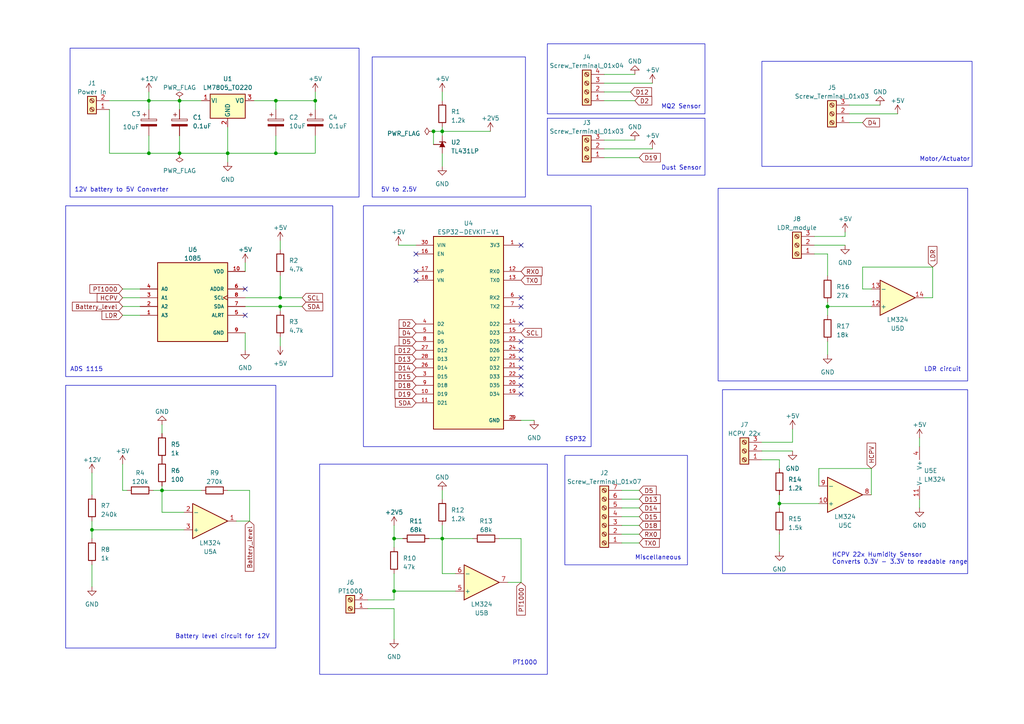
<source format=kicad_sch>
(kicad_sch (version 20230121) (generator eeschema)

  (uuid 49226e52-308e-4c85-869a-6307490999e3)

  (paper "A4")

  (lib_symbols
    (symbol "ADS1115_module:1085" (pin_names (offset 1.016)) (in_bom yes) (on_board yes)
      (property "Reference" "U" (at -10.16 10.795 0)
        (effects (font (size 1.27 1.27)) (justify left bottom))
      )
      (property "Value" "1085" (at -10.16 -15.24 0)
        (effects (font (size 1.27 1.27)) (justify left bottom))
      )
      (property "Footprint" "MODULE_1085" (at 0 0 0)
        (effects (font (size 1.27 1.27)) (justify bottom) hide)
      )
      (property "Datasheet" "" (at 0 0 0)
        (effects (font (size 1.27 1.27)) hide)
      )
      (property "STANDARD" "Manufacturer Recommendations" (at 0 0 0)
        (effects (font (size 1.27 1.27)) (justify bottom) hide)
      )
      (property "MAXIMUM_PACKAGE_HEIGHT" "N/A" (at 0 0 0)
        (effects (font (size 1.27 1.27)) (justify bottom) hide)
      )
      (property "MANUFACTURER" "Adafruit" (at 0 0 0)
        (effects (font (size 1.27 1.27)) (justify bottom) hide)
      )
      (property "PARTREV" "N/A" (at 0 0 0)
        (effects (font (size 1.27 1.27)) (justify bottom) hide)
      )
      (symbol "1085_0_0"
        (rectangle (start -10.16 -12.7) (end 10.16 10.16)
          (stroke (width 0.254) (type default))
          (fill (type background))
        )
        (pin input line (at -15.24 -5.08 0) (length 5.08)
          (name "A3" (effects (font (size 1.016 1.016))))
          (number "1" (effects (font (size 1.016 1.016))))
        )
        (pin power_in line (at 15.24 7.62 180) (length 5.08)
          (name "VDD" (effects (font (size 1.016 1.016))))
          (number "10" (effects (font (size 1.016 1.016))))
        )
        (pin input line (at -15.24 -2.54 0) (length 5.08)
          (name "A2" (effects (font (size 1.016 1.016))))
          (number "2" (effects (font (size 1.016 1.016))))
        )
        (pin input line (at -15.24 0 0) (length 5.08)
          (name "A1" (effects (font (size 1.016 1.016))))
          (number "3" (effects (font (size 1.016 1.016))))
        )
        (pin input line (at -15.24 2.54 0) (length 5.08)
          (name "A0" (effects (font (size 1.016 1.016))))
          (number "4" (effects (font (size 1.016 1.016))))
        )
        (pin output line (at 15.24 -5.08 180) (length 5.08)
          (name "ALRT" (effects (font (size 1.016 1.016))))
          (number "5" (effects (font (size 1.016 1.016))))
        )
        (pin input line (at 15.24 2.54 180) (length 5.08)
          (name "ADDR" (effects (font (size 1.016 1.016))))
          (number "6" (effects (font (size 1.016 1.016))))
        )
        (pin bidirectional line (at 15.24 -2.54 180) (length 5.08)
          (name "SDA" (effects (font (size 1.016 1.016))))
          (number "7" (effects (font (size 1.016 1.016))))
        )
        (pin input clock (at 15.24 0 180) (length 5.08)
          (name "SCL" (effects (font (size 1.016 1.016))))
          (number "8" (effects (font (size 1.016 1.016))))
        )
        (pin power_in line (at 15.24 -10.16 180) (length 5.08)
          (name "GND" (effects (font (size 1.016 1.016))))
          (number "9" (effects (font (size 1.016 1.016))))
        )
      )
    )
    (symbol "Amplifier_Operational:LM324" (pin_names (offset 0.127)) (in_bom yes) (on_board yes)
      (property "Reference" "U" (at 0 5.08 0)
        (effects (font (size 1.27 1.27)) (justify left))
      )
      (property "Value" "LM324" (at 0 -5.08 0)
        (effects (font (size 1.27 1.27)) (justify left))
      )
      (property "Footprint" "" (at -1.27 2.54 0)
        (effects (font (size 1.27 1.27)) hide)
      )
      (property "Datasheet" "http://www.ti.com/lit/ds/symlink/lm2902-n.pdf" (at 1.27 5.08 0)
        (effects (font (size 1.27 1.27)) hide)
      )
      (property "ki_locked" "" (at 0 0 0)
        (effects (font (size 1.27 1.27)))
      )
      (property "ki_keywords" "quad opamp" (at 0 0 0)
        (effects (font (size 1.27 1.27)) hide)
      )
      (property "ki_description" "Low-Power, Quad-Operational Amplifiers, DIP-14/SOIC-14/SSOP-14" (at 0 0 0)
        (effects (font (size 1.27 1.27)) hide)
      )
      (property "ki_fp_filters" "SOIC*3.9x8.7mm*P1.27mm* DIP*W7.62mm* TSSOP*4.4x5mm*P0.65mm* SSOP*5.3x6.2mm*P0.65mm* MSOP*3x3mm*P0.5mm*" (at 0 0 0)
        (effects (font (size 1.27 1.27)) hide)
      )
      (symbol "LM324_1_1"
        (polyline
          (pts
            (xy -5.08 5.08)
            (xy 5.08 0)
            (xy -5.08 -5.08)
            (xy -5.08 5.08)
          )
          (stroke (width 0.254) (type default))
          (fill (type background))
        )
        (pin output line (at 7.62 0 180) (length 2.54)
          (name "~" (effects (font (size 1.27 1.27))))
          (number "1" (effects (font (size 1.27 1.27))))
        )
        (pin input line (at -7.62 -2.54 0) (length 2.54)
          (name "-" (effects (font (size 1.27 1.27))))
          (number "2" (effects (font (size 1.27 1.27))))
        )
        (pin input line (at -7.62 2.54 0) (length 2.54)
          (name "+" (effects (font (size 1.27 1.27))))
          (number "3" (effects (font (size 1.27 1.27))))
        )
      )
      (symbol "LM324_2_1"
        (polyline
          (pts
            (xy -5.08 5.08)
            (xy 5.08 0)
            (xy -5.08 -5.08)
            (xy -5.08 5.08)
          )
          (stroke (width 0.254) (type default))
          (fill (type background))
        )
        (pin input line (at -7.62 2.54 0) (length 2.54)
          (name "+" (effects (font (size 1.27 1.27))))
          (number "5" (effects (font (size 1.27 1.27))))
        )
        (pin input line (at -7.62 -2.54 0) (length 2.54)
          (name "-" (effects (font (size 1.27 1.27))))
          (number "6" (effects (font (size 1.27 1.27))))
        )
        (pin output line (at 7.62 0 180) (length 2.54)
          (name "~" (effects (font (size 1.27 1.27))))
          (number "7" (effects (font (size 1.27 1.27))))
        )
      )
      (symbol "LM324_3_1"
        (polyline
          (pts
            (xy -5.08 5.08)
            (xy 5.08 0)
            (xy -5.08 -5.08)
            (xy -5.08 5.08)
          )
          (stroke (width 0.254) (type default))
          (fill (type background))
        )
        (pin input line (at -7.62 2.54 0) (length 2.54)
          (name "+" (effects (font (size 1.27 1.27))))
          (number "10" (effects (font (size 1.27 1.27))))
        )
        (pin output line (at 7.62 0 180) (length 2.54)
          (name "~" (effects (font (size 1.27 1.27))))
          (number "8" (effects (font (size 1.27 1.27))))
        )
        (pin input line (at -7.62 -2.54 0) (length 2.54)
          (name "-" (effects (font (size 1.27 1.27))))
          (number "9" (effects (font (size 1.27 1.27))))
        )
      )
      (symbol "LM324_4_1"
        (polyline
          (pts
            (xy -5.08 5.08)
            (xy 5.08 0)
            (xy -5.08 -5.08)
            (xy -5.08 5.08)
          )
          (stroke (width 0.254) (type default))
          (fill (type background))
        )
        (pin input line (at -7.62 2.54 0) (length 2.54)
          (name "+" (effects (font (size 1.27 1.27))))
          (number "12" (effects (font (size 1.27 1.27))))
        )
        (pin input line (at -7.62 -2.54 0) (length 2.54)
          (name "-" (effects (font (size 1.27 1.27))))
          (number "13" (effects (font (size 1.27 1.27))))
        )
        (pin output line (at 7.62 0 180) (length 2.54)
          (name "~" (effects (font (size 1.27 1.27))))
          (number "14" (effects (font (size 1.27 1.27))))
        )
      )
      (symbol "LM324_5_1"
        (pin power_in line (at -2.54 -7.62 90) (length 3.81)
          (name "V-" (effects (font (size 1.27 1.27))))
          (number "11" (effects (font (size 1.27 1.27))))
        )
        (pin power_in line (at -2.54 7.62 270) (length 3.81)
          (name "V+" (effects (font (size 1.27 1.27))))
          (number "4" (effects (font (size 1.27 1.27))))
        )
      )
    )
    (symbol "Connector:Screw_Terminal_01x02" (pin_names (offset 1.016) hide) (in_bom yes) (on_board yes)
      (property "Reference" "J" (at 0 2.54 0)
        (effects (font (size 1.27 1.27)))
      )
      (property "Value" "Screw_Terminal_01x02" (at 0 -5.08 0)
        (effects (font (size 1.27 1.27)))
      )
      (property "Footprint" "" (at 0 0 0)
        (effects (font (size 1.27 1.27)) hide)
      )
      (property "Datasheet" "~" (at 0 0 0)
        (effects (font (size 1.27 1.27)) hide)
      )
      (property "ki_keywords" "screw terminal" (at 0 0 0)
        (effects (font (size 1.27 1.27)) hide)
      )
      (property "ki_description" "Generic screw terminal, single row, 01x02, script generated (kicad-library-utils/schlib/autogen/connector/)" (at 0 0 0)
        (effects (font (size 1.27 1.27)) hide)
      )
      (property "ki_fp_filters" "TerminalBlock*:*" (at 0 0 0)
        (effects (font (size 1.27 1.27)) hide)
      )
      (symbol "Screw_Terminal_01x02_1_1"
        (rectangle (start -1.27 1.27) (end 1.27 -3.81)
          (stroke (width 0.254) (type default))
          (fill (type background))
        )
        (circle (center 0 -2.54) (radius 0.635)
          (stroke (width 0.1524) (type default))
          (fill (type none))
        )
        (polyline
          (pts
            (xy -0.5334 -2.2098)
            (xy 0.3302 -3.048)
          )
          (stroke (width 0.1524) (type default))
          (fill (type none))
        )
        (polyline
          (pts
            (xy -0.5334 0.3302)
            (xy 0.3302 -0.508)
          )
          (stroke (width 0.1524) (type default))
          (fill (type none))
        )
        (polyline
          (pts
            (xy -0.3556 -2.032)
            (xy 0.508 -2.8702)
          )
          (stroke (width 0.1524) (type default))
          (fill (type none))
        )
        (polyline
          (pts
            (xy -0.3556 0.508)
            (xy 0.508 -0.3302)
          )
          (stroke (width 0.1524) (type default))
          (fill (type none))
        )
        (circle (center 0 0) (radius 0.635)
          (stroke (width 0.1524) (type default))
          (fill (type none))
        )
        (pin passive line (at -5.08 0 0) (length 3.81)
          (name "Pin_1" (effects (font (size 1.27 1.27))))
          (number "1" (effects (font (size 1.27 1.27))))
        )
        (pin passive line (at -5.08 -2.54 0) (length 3.81)
          (name "Pin_2" (effects (font (size 1.27 1.27))))
          (number "2" (effects (font (size 1.27 1.27))))
        )
      )
    )
    (symbol "Connector:Screw_Terminal_01x03" (pin_names (offset 1.016) hide) (in_bom yes) (on_board yes)
      (property "Reference" "J" (at 0 5.08 0)
        (effects (font (size 1.27 1.27)))
      )
      (property "Value" "Screw_Terminal_01x03" (at 0 -5.08 0)
        (effects (font (size 1.27 1.27)))
      )
      (property "Footprint" "" (at 0 0 0)
        (effects (font (size 1.27 1.27)) hide)
      )
      (property "Datasheet" "~" (at 0 0 0)
        (effects (font (size 1.27 1.27)) hide)
      )
      (property "ki_keywords" "screw terminal" (at 0 0 0)
        (effects (font (size 1.27 1.27)) hide)
      )
      (property "ki_description" "Generic screw terminal, single row, 01x03, script generated (kicad-library-utils/schlib/autogen/connector/)" (at 0 0 0)
        (effects (font (size 1.27 1.27)) hide)
      )
      (property "ki_fp_filters" "TerminalBlock*:*" (at 0 0 0)
        (effects (font (size 1.27 1.27)) hide)
      )
      (symbol "Screw_Terminal_01x03_1_1"
        (rectangle (start -1.27 3.81) (end 1.27 -3.81)
          (stroke (width 0.254) (type default))
          (fill (type background))
        )
        (circle (center 0 -2.54) (radius 0.635)
          (stroke (width 0.1524) (type default))
          (fill (type none))
        )
        (polyline
          (pts
            (xy -0.5334 -2.2098)
            (xy 0.3302 -3.048)
          )
          (stroke (width 0.1524) (type default))
          (fill (type none))
        )
        (polyline
          (pts
            (xy -0.5334 0.3302)
            (xy 0.3302 -0.508)
          )
          (stroke (width 0.1524) (type default))
          (fill (type none))
        )
        (polyline
          (pts
            (xy -0.5334 2.8702)
            (xy 0.3302 2.032)
          )
          (stroke (width 0.1524) (type default))
          (fill (type none))
        )
        (polyline
          (pts
            (xy -0.3556 -2.032)
            (xy 0.508 -2.8702)
          )
          (stroke (width 0.1524) (type default))
          (fill (type none))
        )
        (polyline
          (pts
            (xy -0.3556 0.508)
            (xy 0.508 -0.3302)
          )
          (stroke (width 0.1524) (type default))
          (fill (type none))
        )
        (polyline
          (pts
            (xy -0.3556 3.048)
            (xy 0.508 2.2098)
          )
          (stroke (width 0.1524) (type default))
          (fill (type none))
        )
        (circle (center 0 0) (radius 0.635)
          (stroke (width 0.1524) (type default))
          (fill (type none))
        )
        (circle (center 0 2.54) (radius 0.635)
          (stroke (width 0.1524) (type default))
          (fill (type none))
        )
        (pin passive line (at -5.08 2.54 0) (length 3.81)
          (name "Pin_1" (effects (font (size 1.27 1.27))))
          (number "1" (effects (font (size 1.27 1.27))))
        )
        (pin passive line (at -5.08 0 0) (length 3.81)
          (name "Pin_2" (effects (font (size 1.27 1.27))))
          (number "2" (effects (font (size 1.27 1.27))))
        )
        (pin passive line (at -5.08 -2.54 0) (length 3.81)
          (name "Pin_3" (effects (font (size 1.27 1.27))))
          (number "3" (effects (font (size 1.27 1.27))))
        )
      )
    )
    (symbol "Connector:Screw_Terminal_01x04" (pin_names (offset 1.016) hide) (in_bom yes) (on_board yes)
      (property "Reference" "J" (at 0 5.08 0)
        (effects (font (size 1.27 1.27)))
      )
      (property "Value" "Screw_Terminal_01x04" (at 0 -7.62 0)
        (effects (font (size 1.27 1.27)))
      )
      (property "Footprint" "" (at 0 0 0)
        (effects (font (size 1.27 1.27)) hide)
      )
      (property "Datasheet" "~" (at 0 0 0)
        (effects (font (size 1.27 1.27)) hide)
      )
      (property "ki_keywords" "screw terminal" (at 0 0 0)
        (effects (font (size 1.27 1.27)) hide)
      )
      (property "ki_description" "Generic screw terminal, single row, 01x04, script generated (kicad-library-utils/schlib/autogen/connector/)" (at 0 0 0)
        (effects (font (size 1.27 1.27)) hide)
      )
      (property "ki_fp_filters" "TerminalBlock*:*" (at 0 0 0)
        (effects (font (size 1.27 1.27)) hide)
      )
      (symbol "Screw_Terminal_01x04_1_1"
        (rectangle (start -1.27 3.81) (end 1.27 -6.35)
          (stroke (width 0.254) (type default))
          (fill (type background))
        )
        (circle (center 0 -5.08) (radius 0.635)
          (stroke (width 0.1524) (type default))
          (fill (type none))
        )
        (circle (center 0 -2.54) (radius 0.635)
          (stroke (width 0.1524) (type default))
          (fill (type none))
        )
        (polyline
          (pts
            (xy -0.5334 -4.7498)
            (xy 0.3302 -5.588)
          )
          (stroke (width 0.1524) (type default))
          (fill (type none))
        )
        (polyline
          (pts
            (xy -0.5334 -2.2098)
            (xy 0.3302 -3.048)
          )
          (stroke (width 0.1524) (type default))
          (fill (type none))
        )
        (polyline
          (pts
            (xy -0.5334 0.3302)
            (xy 0.3302 -0.508)
          )
          (stroke (width 0.1524) (type default))
          (fill (type none))
        )
        (polyline
          (pts
            (xy -0.5334 2.8702)
            (xy 0.3302 2.032)
          )
          (stroke (width 0.1524) (type default))
          (fill (type none))
        )
        (polyline
          (pts
            (xy -0.3556 -4.572)
            (xy 0.508 -5.4102)
          )
          (stroke (width 0.1524) (type default))
          (fill (type none))
        )
        (polyline
          (pts
            (xy -0.3556 -2.032)
            (xy 0.508 -2.8702)
          )
          (stroke (width 0.1524) (type default))
          (fill (type none))
        )
        (polyline
          (pts
            (xy -0.3556 0.508)
            (xy 0.508 -0.3302)
          )
          (stroke (width 0.1524) (type default))
          (fill (type none))
        )
        (polyline
          (pts
            (xy -0.3556 3.048)
            (xy 0.508 2.2098)
          )
          (stroke (width 0.1524) (type default))
          (fill (type none))
        )
        (circle (center 0 0) (radius 0.635)
          (stroke (width 0.1524) (type default))
          (fill (type none))
        )
        (circle (center 0 2.54) (radius 0.635)
          (stroke (width 0.1524) (type default))
          (fill (type none))
        )
        (pin passive line (at -5.08 2.54 0) (length 3.81)
          (name "Pin_1" (effects (font (size 1.27 1.27))))
          (number "1" (effects (font (size 1.27 1.27))))
        )
        (pin passive line (at -5.08 0 0) (length 3.81)
          (name "Pin_2" (effects (font (size 1.27 1.27))))
          (number "2" (effects (font (size 1.27 1.27))))
        )
        (pin passive line (at -5.08 -2.54 0) (length 3.81)
          (name "Pin_3" (effects (font (size 1.27 1.27))))
          (number "3" (effects (font (size 1.27 1.27))))
        )
        (pin passive line (at -5.08 -5.08 0) (length 3.81)
          (name "Pin_4" (effects (font (size 1.27 1.27))))
          (number "4" (effects (font (size 1.27 1.27))))
        )
      )
    )
    (symbol "Connector:Screw_Terminal_01x07" (pin_names (offset 1.016) hide) (in_bom yes) (on_board yes)
      (property "Reference" "J" (at 0 10.16 0)
        (effects (font (size 1.27 1.27)))
      )
      (property "Value" "Screw_Terminal_01x07" (at 0 -10.16 0)
        (effects (font (size 1.27 1.27)))
      )
      (property "Footprint" "" (at 0 0 0)
        (effects (font (size 1.27 1.27)) hide)
      )
      (property "Datasheet" "~" (at 0 0 0)
        (effects (font (size 1.27 1.27)) hide)
      )
      (property "ki_keywords" "screw terminal" (at 0 0 0)
        (effects (font (size 1.27 1.27)) hide)
      )
      (property "ki_description" "Generic screw terminal, single row, 01x07, script generated (kicad-library-utils/schlib/autogen/connector/)" (at 0 0 0)
        (effects (font (size 1.27 1.27)) hide)
      )
      (property "ki_fp_filters" "TerminalBlock*:*" (at 0 0 0)
        (effects (font (size 1.27 1.27)) hide)
      )
      (symbol "Screw_Terminal_01x07_1_1"
        (rectangle (start -1.27 8.89) (end 1.27 -8.89)
          (stroke (width 0.254) (type default))
          (fill (type background))
        )
        (circle (center 0 -7.62) (radius 0.635)
          (stroke (width 0.1524) (type default))
          (fill (type none))
        )
        (circle (center 0 -5.08) (radius 0.635)
          (stroke (width 0.1524) (type default))
          (fill (type none))
        )
        (circle (center 0 -2.54) (radius 0.635)
          (stroke (width 0.1524) (type default))
          (fill (type none))
        )
        (polyline
          (pts
            (xy -0.5334 -7.2898)
            (xy 0.3302 -8.128)
          )
          (stroke (width 0.1524) (type default))
          (fill (type none))
        )
        (polyline
          (pts
            (xy -0.5334 -4.7498)
            (xy 0.3302 -5.588)
          )
          (stroke (width 0.1524) (type default))
          (fill (type none))
        )
        (polyline
          (pts
            (xy -0.5334 -2.2098)
            (xy 0.3302 -3.048)
          )
          (stroke (width 0.1524) (type default))
          (fill (type none))
        )
        (polyline
          (pts
            (xy -0.5334 0.3302)
            (xy 0.3302 -0.508)
          )
          (stroke (width 0.1524) (type default))
          (fill (type none))
        )
        (polyline
          (pts
            (xy -0.5334 2.8702)
            (xy 0.3302 2.032)
          )
          (stroke (width 0.1524) (type default))
          (fill (type none))
        )
        (polyline
          (pts
            (xy -0.5334 5.4102)
            (xy 0.3302 4.572)
          )
          (stroke (width 0.1524) (type default))
          (fill (type none))
        )
        (polyline
          (pts
            (xy -0.5334 7.9502)
            (xy 0.3302 7.112)
          )
          (stroke (width 0.1524) (type default))
          (fill (type none))
        )
        (polyline
          (pts
            (xy -0.3556 -7.112)
            (xy 0.508 -7.9502)
          )
          (stroke (width 0.1524) (type default))
          (fill (type none))
        )
        (polyline
          (pts
            (xy -0.3556 -4.572)
            (xy 0.508 -5.4102)
          )
          (stroke (width 0.1524) (type default))
          (fill (type none))
        )
        (polyline
          (pts
            (xy -0.3556 -2.032)
            (xy 0.508 -2.8702)
          )
          (stroke (width 0.1524) (type default))
          (fill (type none))
        )
        (polyline
          (pts
            (xy -0.3556 0.508)
            (xy 0.508 -0.3302)
          )
          (stroke (width 0.1524) (type default))
          (fill (type none))
        )
        (polyline
          (pts
            (xy -0.3556 3.048)
            (xy 0.508 2.2098)
          )
          (stroke (width 0.1524) (type default))
          (fill (type none))
        )
        (polyline
          (pts
            (xy -0.3556 5.588)
            (xy 0.508 4.7498)
          )
          (stroke (width 0.1524) (type default))
          (fill (type none))
        )
        (polyline
          (pts
            (xy -0.3556 8.128)
            (xy 0.508 7.2898)
          )
          (stroke (width 0.1524) (type default))
          (fill (type none))
        )
        (circle (center 0 0) (radius 0.635)
          (stroke (width 0.1524) (type default))
          (fill (type none))
        )
        (circle (center 0 2.54) (radius 0.635)
          (stroke (width 0.1524) (type default))
          (fill (type none))
        )
        (circle (center 0 5.08) (radius 0.635)
          (stroke (width 0.1524) (type default))
          (fill (type none))
        )
        (circle (center 0 7.62) (radius 0.635)
          (stroke (width 0.1524) (type default))
          (fill (type none))
        )
        (pin passive line (at -5.08 7.62 0) (length 3.81)
          (name "Pin_1" (effects (font (size 1.27 1.27))))
          (number "1" (effects (font (size 1.27 1.27))))
        )
        (pin passive line (at -5.08 5.08 0) (length 3.81)
          (name "Pin_2" (effects (font (size 1.27 1.27))))
          (number "2" (effects (font (size 1.27 1.27))))
        )
        (pin passive line (at -5.08 2.54 0) (length 3.81)
          (name "Pin_3" (effects (font (size 1.27 1.27))))
          (number "3" (effects (font (size 1.27 1.27))))
        )
        (pin passive line (at -5.08 0 0) (length 3.81)
          (name "Pin_4" (effects (font (size 1.27 1.27))))
          (number "4" (effects (font (size 1.27 1.27))))
        )
        (pin passive line (at -5.08 -2.54 0) (length 3.81)
          (name "Pin_5" (effects (font (size 1.27 1.27))))
          (number "5" (effects (font (size 1.27 1.27))))
        )
        (pin passive line (at -5.08 -5.08 0) (length 3.81)
          (name "Pin_6" (effects (font (size 1.27 1.27))))
          (number "6" (effects (font (size 1.27 1.27))))
        )
        (pin passive line (at -5.08 -7.62 0) (length 3.81)
          (name "Pin_7" (effects (font (size 1.27 1.27))))
          (number "7" (effects (font (size 1.27 1.27))))
        )
      )
    )
    (symbol "Device:C_Polarized" (pin_numbers hide) (pin_names (offset 0.254)) (in_bom yes) (on_board yes)
      (property "Reference" "C" (at 0.635 2.54 0)
        (effects (font (size 1.27 1.27)) (justify left))
      )
      (property "Value" "C_Polarized" (at 0.635 -2.54 0)
        (effects (font (size 1.27 1.27)) (justify left))
      )
      (property "Footprint" "" (at 0.9652 -3.81 0)
        (effects (font (size 1.27 1.27)) hide)
      )
      (property "Datasheet" "~" (at 0 0 0)
        (effects (font (size 1.27 1.27)) hide)
      )
      (property "ki_keywords" "cap capacitor" (at 0 0 0)
        (effects (font (size 1.27 1.27)) hide)
      )
      (property "ki_description" "Polarized capacitor" (at 0 0 0)
        (effects (font (size 1.27 1.27)) hide)
      )
      (property "ki_fp_filters" "CP_*" (at 0 0 0)
        (effects (font (size 1.27 1.27)) hide)
      )
      (symbol "C_Polarized_0_1"
        (rectangle (start -2.286 0.508) (end 2.286 1.016)
          (stroke (width 0) (type default))
          (fill (type none))
        )
        (polyline
          (pts
            (xy -1.778 2.286)
            (xy -0.762 2.286)
          )
          (stroke (width 0) (type default))
          (fill (type none))
        )
        (polyline
          (pts
            (xy -1.27 2.794)
            (xy -1.27 1.778)
          )
          (stroke (width 0) (type default))
          (fill (type none))
        )
        (rectangle (start 2.286 -0.508) (end -2.286 -1.016)
          (stroke (width 0) (type default))
          (fill (type outline))
        )
      )
      (symbol "C_Polarized_1_1"
        (pin passive line (at 0 3.81 270) (length 2.794)
          (name "~" (effects (font (size 1.27 1.27))))
          (number "1" (effects (font (size 1.27 1.27))))
        )
        (pin passive line (at 0 -3.81 90) (length 2.794)
          (name "~" (effects (font (size 1.27 1.27))))
          (number "2" (effects (font (size 1.27 1.27))))
        )
      )
    )
    (symbol "Device:R" (pin_numbers hide) (pin_names (offset 0)) (in_bom yes) (on_board yes)
      (property "Reference" "R" (at 2.032 0 90)
        (effects (font (size 1.27 1.27)))
      )
      (property "Value" "R" (at 0 0 90)
        (effects (font (size 1.27 1.27)))
      )
      (property "Footprint" "" (at -1.778 0 90)
        (effects (font (size 1.27 1.27)) hide)
      )
      (property "Datasheet" "~" (at 0 0 0)
        (effects (font (size 1.27 1.27)) hide)
      )
      (property "ki_keywords" "R res resistor" (at 0 0 0)
        (effects (font (size 1.27 1.27)) hide)
      )
      (property "ki_description" "Resistor" (at 0 0 0)
        (effects (font (size 1.27 1.27)) hide)
      )
      (property "ki_fp_filters" "R_*" (at 0 0 0)
        (effects (font (size 1.27 1.27)) hide)
      )
      (symbol "R_0_1"
        (rectangle (start -1.016 -2.54) (end 1.016 2.54)
          (stroke (width 0.254) (type default))
          (fill (type none))
        )
      )
      (symbol "R_1_1"
        (pin passive line (at 0 3.81 270) (length 1.27)
          (name "~" (effects (font (size 1.27 1.27))))
          (number "1" (effects (font (size 1.27 1.27))))
        )
        (pin passive line (at 0 -3.81 90) (length 1.27)
          (name "~" (effects (font (size 1.27 1.27))))
          (number "2" (effects (font (size 1.27 1.27))))
        )
      )
    )
    (symbol "ESP32-DEVKIT-V1:ESP32-DEVKIT-V1" (pin_names (offset 1.016)) (in_bom yes) (on_board yes)
      (property "Reference" "U" (at -10.16 30.48 0)
        (effects (font (size 1.27 1.27)) (justify left top))
      )
      (property "Value" "ESP32-DEVKIT-V1" (at -10.16 -30.48 0)
        (effects (font (size 1.27 1.27)) (justify left bottom))
      )
      (property "Footprint" "MODULE_ESP32_DEVKIT_V1" (at 0 0 0)
        (effects (font (size 1.27 1.27)) (justify bottom) hide)
      )
      (property "Datasheet" "" (at 0 0 0)
        (effects (font (size 1.27 1.27)) hide)
      )
      (property "STANDARD" "Manufacturer Recommendations" (at 0 0 0)
        (effects (font (size 1.27 1.27)) (justify bottom) hide)
      )
      (property "MAXIMUM_PACKAGE_HEIGHT" "6.8 mm" (at 0 0 0)
        (effects (font (size 1.27 1.27)) (justify bottom) hide)
      )
      (property "PARTREV" "N/A" (at 0 0 0)
        (effects (font (size 1.27 1.27)) (justify bottom) hide)
      )
      (property "MANUFACTURER" "DOIT" (at 0 0 0)
        (effects (font (size 1.27 1.27)) (justify bottom) hide)
      )
      (symbol "ESP32-DEVKIT-V1_0_0"
        (rectangle (start -10.16 -27.94) (end 10.16 27.94)
          (stroke (width 0.254) (type default))
          (fill (type background))
        )
        (pin output line (at 15.24 25.4 180) (length 5.08)
          (name "3V3" (effects (font (size 1.016 1.016))))
          (number "1" (effects (font (size 1.016 1.016))))
        )
        (pin bidirectional line (at -15.24 -17.78 0) (length 5.08)
          (name "D19" (effects (font (size 1.016 1.016))))
          (number "10" (effects (font (size 1.016 1.016))))
        )
        (pin bidirectional line (at -15.24 -20.32 0) (length 5.08)
          (name "D21" (effects (font (size 1.016 1.016))))
          (number "11" (effects (font (size 1.016 1.016))))
        )
        (pin input line (at 15.24 17.78 180) (length 5.08)
          (name "RX0" (effects (font (size 1.016 1.016))))
          (number "12" (effects (font (size 1.016 1.016))))
        )
        (pin output line (at 15.24 15.24 180) (length 5.08)
          (name "TX0" (effects (font (size 1.016 1.016))))
          (number "13" (effects (font (size 1.016 1.016))))
        )
        (pin bidirectional line (at 15.24 2.54 180) (length 5.08)
          (name "D22" (effects (font (size 1.016 1.016))))
          (number "14" (effects (font (size 1.016 1.016))))
        )
        (pin bidirectional line (at 15.24 0 180) (length 5.08)
          (name "D23" (effects (font (size 1.016 1.016))))
          (number "15" (effects (font (size 1.016 1.016))))
        )
        (pin input line (at -15.24 22.86 0) (length 5.08)
          (name "EN" (effects (font (size 1.016 1.016))))
          (number "16" (effects (font (size 1.016 1.016))))
        )
        (pin bidirectional line (at -15.24 17.78 0) (length 5.08)
          (name "VP" (effects (font (size 1.016 1.016))))
          (number "17" (effects (font (size 1.016 1.016))))
        )
        (pin bidirectional line (at -15.24 15.24 0) (length 5.08)
          (name "VN" (effects (font (size 1.016 1.016))))
          (number "18" (effects (font (size 1.016 1.016))))
        )
        (pin bidirectional line (at 15.24 -17.78 180) (length 5.08)
          (name "D34" (effects (font (size 1.016 1.016))))
          (number "19" (effects (font (size 1.016 1.016))))
        )
        (pin power_in line (at 15.24 -25.4 180) (length 5.08)
          (name "GND" (effects (font (size 1.016 1.016))))
          (number "2" (effects (font (size 1.016 1.016))))
        )
        (pin bidirectional line (at 15.24 -15.24 180) (length 5.08)
          (name "D35" (effects (font (size 1.016 1.016))))
          (number "20" (effects (font (size 1.016 1.016))))
        )
        (pin bidirectional line (at 15.24 -10.16 180) (length 5.08)
          (name "D32" (effects (font (size 1.016 1.016))))
          (number "21" (effects (font (size 1.016 1.016))))
        )
        (pin bidirectional line (at 15.24 -12.7 180) (length 5.08)
          (name "D33" (effects (font (size 1.016 1.016))))
          (number "22" (effects (font (size 1.016 1.016))))
        )
        (pin bidirectional line (at 15.24 -2.54 180) (length 5.08)
          (name "D25" (effects (font (size 1.016 1.016))))
          (number "23" (effects (font (size 1.016 1.016))))
        )
        (pin bidirectional line (at 15.24 -5.08 180) (length 5.08)
          (name "D26" (effects (font (size 1.016 1.016))))
          (number "24" (effects (font (size 1.016 1.016))))
        )
        (pin bidirectional line (at 15.24 -7.62 180) (length 5.08)
          (name "D27" (effects (font (size 1.016 1.016))))
          (number "25" (effects (font (size 1.016 1.016))))
        )
        (pin bidirectional line (at -15.24 -10.16 0) (length 5.08)
          (name "D14" (effects (font (size 1.016 1.016))))
          (number "26" (effects (font (size 1.016 1.016))))
        )
        (pin bidirectional line (at -15.24 -5.08 0) (length 5.08)
          (name "D12" (effects (font (size 1.016 1.016))))
          (number "27" (effects (font (size 1.016 1.016))))
        )
        (pin bidirectional line (at -15.24 -7.62 0) (length 5.08)
          (name "D13" (effects (font (size 1.016 1.016))))
          (number "28" (effects (font (size 1.016 1.016))))
        )
        (pin power_in line (at 15.24 -25.4 180) (length 5.08)
          (name "GND" (effects (font (size 1.016 1.016))))
          (number "29" (effects (font (size 1.016 1.016))))
        )
        (pin bidirectional line (at -15.24 -12.7 0) (length 5.08)
          (name "D15" (effects (font (size 1.016 1.016))))
          (number "3" (effects (font (size 1.016 1.016))))
        )
        (pin input line (at -15.24 25.4 0) (length 5.08)
          (name "VIN" (effects (font (size 1.016 1.016))))
          (number "30" (effects (font (size 1.016 1.016))))
        )
        (pin bidirectional line (at -15.24 2.54 0) (length 5.08)
          (name "D2" (effects (font (size 1.016 1.016))))
          (number "4" (effects (font (size 1.016 1.016))))
        )
        (pin bidirectional line (at -15.24 0 0) (length 5.08)
          (name "D4" (effects (font (size 1.016 1.016))))
          (number "5" (effects (font (size 1.016 1.016))))
        )
        (pin input line (at 15.24 10.16 180) (length 5.08)
          (name "RX2" (effects (font (size 1.016 1.016))))
          (number "6" (effects (font (size 1.016 1.016))))
        )
        (pin output line (at 15.24 7.62 180) (length 5.08)
          (name "TX2" (effects (font (size 1.016 1.016))))
          (number "7" (effects (font (size 1.016 1.016))))
        )
        (pin bidirectional line (at -15.24 -2.54 0) (length 5.08)
          (name "D5" (effects (font (size 1.016 1.016))))
          (number "8" (effects (font (size 1.016 1.016))))
        )
        (pin bidirectional line (at -15.24 -15.24 0) (length 5.08)
          (name "D18" (effects (font (size 1.016 1.016))))
          (number "9" (effects (font (size 1.016 1.016))))
        )
      )
    )
    (symbol "Reference_Voltage:TL431LP" (pin_numbers hide) (pin_names hide) (in_bom yes) (on_board yes)
      (property "Reference" "U" (at -2.54 2.54 0)
        (effects (font (size 1.27 1.27)))
      )
      (property "Value" "TL431LP" (at 0 -2.54 0)
        (effects (font (size 1.27 1.27)))
      )
      (property "Footprint" "Package_TO_SOT_THT:TO-92_Inline" (at 0 -3.81 0)
        (effects (font (size 1.27 1.27) italic) hide)
      )
      (property "Datasheet" "http://www.ti.com/lit/ds/symlink/tl431.pdf" (at 0 0 0)
        (effects (font (size 1.27 1.27) italic) hide)
      )
      (property "ki_keywords" "diode device regulator shunt" (at 0 0 0)
        (effects (font (size 1.27 1.27)) hide)
      )
      (property "ki_description" "Shunt Regulator, TO-92" (at 0 0 0)
        (effects (font (size 1.27 1.27)) hide)
      )
      (property "ki_fp_filters" "TO*92*" (at 0 0 0)
        (effects (font (size 1.27 1.27)) hide)
      )
      (symbol "TL431LP_0_1"
        (polyline
          (pts
            (xy -1.27 0)
            (xy 0 0)
            (xy 1.27 0)
          )
          (stroke (width 0) (type default))
          (fill (type none))
        )
        (polyline
          (pts
            (xy -0.762 0.762)
            (xy 0.762 0)
            (xy -0.762 -0.762)
          )
          (stroke (width 0) (type default))
          (fill (type outline))
        )
        (polyline
          (pts
            (xy 0.508 -1.016)
            (xy 0.762 -0.762)
            (xy 0.762 0.762)
            (xy 0.762 0.762)
          )
          (stroke (width 0.254) (type default))
          (fill (type none))
        )
      )
      (symbol "TL431LP_1_1"
        (pin passive line (at 0 2.54 270) (length 2.54)
          (name "REF" (effects (font (size 1.27 1.27))))
          (number "1" (effects (font (size 1.27 1.27))))
        )
        (pin passive line (at -2.54 0 0) (length 2.54)
          (name "A" (effects (font (size 1.27 1.27))))
          (number "2" (effects (font (size 1.27 1.27))))
        )
        (pin passive line (at 2.54 0 180) (length 2.54)
          (name "K" (effects (font (size 1.27 1.27))))
          (number "3" (effects (font (size 1.27 1.27))))
        )
      )
    )
    (symbol "Regulator_Linear:LM7805_TO220" (pin_names (offset 0.254)) (in_bom yes) (on_board yes)
      (property "Reference" "U" (at -3.81 3.175 0)
        (effects (font (size 1.27 1.27)))
      )
      (property "Value" "LM7805_TO220" (at 0 3.175 0)
        (effects (font (size 1.27 1.27)) (justify left))
      )
      (property "Footprint" "Package_TO_SOT_THT:TO-220-3_Vertical" (at 0 5.715 0)
        (effects (font (size 1.27 1.27) italic) hide)
      )
      (property "Datasheet" "https://www.onsemi.cn/PowerSolutions/document/MC7800-D.PDF" (at 0 -1.27 0)
        (effects (font (size 1.27 1.27)) hide)
      )
      (property "ki_keywords" "Voltage Regulator 1A Positive" (at 0 0 0)
        (effects (font (size 1.27 1.27)) hide)
      )
      (property "ki_description" "Positive 1A 35V Linear Regulator, Fixed Output 5V, TO-220" (at 0 0 0)
        (effects (font (size 1.27 1.27)) hide)
      )
      (property "ki_fp_filters" "TO?220*" (at 0 0 0)
        (effects (font (size 1.27 1.27)) hide)
      )
      (symbol "LM7805_TO220_0_1"
        (rectangle (start -5.08 1.905) (end 5.08 -5.08)
          (stroke (width 0.254) (type default))
          (fill (type background))
        )
      )
      (symbol "LM7805_TO220_1_1"
        (pin power_in line (at -7.62 0 0) (length 2.54)
          (name "VI" (effects (font (size 1.27 1.27))))
          (number "1" (effects (font (size 1.27 1.27))))
        )
        (pin power_in line (at 0 -7.62 90) (length 2.54)
          (name "GND" (effects (font (size 1.27 1.27))))
          (number "2" (effects (font (size 1.27 1.27))))
        )
        (pin power_out line (at 7.62 0 180) (length 2.54)
          (name "VO" (effects (font (size 1.27 1.27))))
          (number "3" (effects (font (size 1.27 1.27))))
        )
      )
    )
    (symbol "power:+12V" (power) (pin_names (offset 0)) (in_bom yes) (on_board yes)
      (property "Reference" "#PWR" (at 0 -3.81 0)
        (effects (font (size 1.27 1.27)) hide)
      )
      (property "Value" "+12V" (at 0 3.556 0)
        (effects (font (size 1.27 1.27)))
      )
      (property "Footprint" "" (at 0 0 0)
        (effects (font (size 1.27 1.27)) hide)
      )
      (property "Datasheet" "" (at 0 0 0)
        (effects (font (size 1.27 1.27)) hide)
      )
      (property "ki_keywords" "global power" (at 0 0 0)
        (effects (font (size 1.27 1.27)) hide)
      )
      (property "ki_description" "Power symbol creates a global label with name \"+12V\"" (at 0 0 0)
        (effects (font (size 1.27 1.27)) hide)
      )
      (symbol "+12V_0_1"
        (polyline
          (pts
            (xy -0.762 1.27)
            (xy 0 2.54)
          )
          (stroke (width 0) (type default))
          (fill (type none))
        )
        (polyline
          (pts
            (xy 0 0)
            (xy 0 2.54)
          )
          (stroke (width 0) (type default))
          (fill (type none))
        )
        (polyline
          (pts
            (xy 0 2.54)
            (xy 0.762 1.27)
          )
          (stroke (width 0) (type default))
          (fill (type none))
        )
      )
      (symbol "+12V_1_1"
        (pin power_in line (at 0 0 90) (length 0) hide
          (name "+12V" (effects (font (size 1.27 1.27))))
          (number "1" (effects (font (size 1.27 1.27))))
        )
      )
    )
    (symbol "power:+2V5" (power) (pin_names (offset 0)) (in_bom yes) (on_board yes)
      (property "Reference" "#PWR" (at 0 -3.81 0)
        (effects (font (size 1.27 1.27)) hide)
      )
      (property "Value" "+2V5" (at 0 3.556 0)
        (effects (font (size 1.27 1.27)))
      )
      (property "Footprint" "" (at 0 0 0)
        (effects (font (size 1.27 1.27)) hide)
      )
      (property "Datasheet" "" (at 0 0 0)
        (effects (font (size 1.27 1.27)) hide)
      )
      (property "ki_keywords" "global power" (at 0 0 0)
        (effects (font (size 1.27 1.27)) hide)
      )
      (property "ki_description" "Power symbol creates a global label with name \"+2V5\"" (at 0 0 0)
        (effects (font (size 1.27 1.27)) hide)
      )
      (symbol "+2V5_0_1"
        (polyline
          (pts
            (xy -0.762 1.27)
            (xy 0 2.54)
          )
          (stroke (width 0) (type default))
          (fill (type none))
        )
        (polyline
          (pts
            (xy 0 0)
            (xy 0 2.54)
          )
          (stroke (width 0) (type default))
          (fill (type none))
        )
        (polyline
          (pts
            (xy 0 2.54)
            (xy 0.762 1.27)
          )
          (stroke (width 0) (type default))
          (fill (type none))
        )
      )
      (symbol "+2V5_1_1"
        (pin power_in line (at 0 0 90) (length 0) hide
          (name "+2V5" (effects (font (size 1.27 1.27))))
          (number "1" (effects (font (size 1.27 1.27))))
        )
      )
    )
    (symbol "power:+5V" (power) (pin_names (offset 0)) (in_bom yes) (on_board yes)
      (property "Reference" "#PWR" (at 0 -3.81 0)
        (effects (font (size 1.27 1.27)) hide)
      )
      (property "Value" "+5V" (at 0 3.556 0)
        (effects (font (size 1.27 1.27)))
      )
      (property "Footprint" "" (at 0 0 0)
        (effects (font (size 1.27 1.27)) hide)
      )
      (property "Datasheet" "" (at 0 0 0)
        (effects (font (size 1.27 1.27)) hide)
      )
      (property "ki_keywords" "global power" (at 0 0 0)
        (effects (font (size 1.27 1.27)) hide)
      )
      (property "ki_description" "Power symbol creates a global label with name \"+5V\"" (at 0 0 0)
        (effects (font (size 1.27 1.27)) hide)
      )
      (symbol "+5V_0_1"
        (polyline
          (pts
            (xy -0.762 1.27)
            (xy 0 2.54)
          )
          (stroke (width 0) (type default))
          (fill (type none))
        )
        (polyline
          (pts
            (xy 0 0)
            (xy 0 2.54)
          )
          (stroke (width 0) (type default))
          (fill (type none))
        )
        (polyline
          (pts
            (xy 0 2.54)
            (xy 0.762 1.27)
          )
          (stroke (width 0) (type default))
          (fill (type none))
        )
      )
      (symbol "+5V_1_1"
        (pin power_in line (at 0 0 90) (length 0) hide
          (name "+5V" (effects (font (size 1.27 1.27))))
          (number "1" (effects (font (size 1.27 1.27))))
        )
      )
    )
    (symbol "power:GND" (power) (pin_names (offset 0)) (in_bom yes) (on_board yes)
      (property "Reference" "#PWR" (at 0 -6.35 0)
        (effects (font (size 1.27 1.27)) hide)
      )
      (property "Value" "GND" (at 0 -3.81 0)
        (effects (font (size 1.27 1.27)))
      )
      (property "Footprint" "" (at 0 0 0)
        (effects (font (size 1.27 1.27)) hide)
      )
      (property "Datasheet" "" (at 0 0 0)
        (effects (font (size 1.27 1.27)) hide)
      )
      (property "ki_keywords" "global power" (at 0 0 0)
        (effects (font (size 1.27 1.27)) hide)
      )
      (property "ki_description" "Power symbol creates a global label with name \"GND\" , ground" (at 0 0 0)
        (effects (font (size 1.27 1.27)) hide)
      )
      (symbol "GND_0_1"
        (polyline
          (pts
            (xy 0 0)
            (xy 0 -1.27)
            (xy 1.27 -1.27)
            (xy 0 -2.54)
            (xy -1.27 -1.27)
            (xy 0 -1.27)
          )
          (stroke (width 0) (type default))
          (fill (type none))
        )
      )
      (symbol "GND_1_1"
        (pin power_in line (at 0 0 270) (length 0) hide
          (name "GND" (effects (font (size 1.27 1.27))))
          (number "1" (effects (font (size 1.27 1.27))))
        )
      )
    )
    (symbol "power:PWR_FLAG" (power) (pin_numbers hide) (pin_names (offset 0) hide) (in_bom yes) (on_board yes)
      (property "Reference" "#FLG" (at 0 1.905 0)
        (effects (font (size 1.27 1.27)) hide)
      )
      (property "Value" "PWR_FLAG" (at 0 3.81 0)
        (effects (font (size 1.27 1.27)))
      )
      (property "Footprint" "" (at 0 0 0)
        (effects (font (size 1.27 1.27)) hide)
      )
      (property "Datasheet" "~" (at 0 0 0)
        (effects (font (size 1.27 1.27)) hide)
      )
      (property "ki_keywords" "flag power" (at 0 0 0)
        (effects (font (size 1.27 1.27)) hide)
      )
      (property "ki_description" "Special symbol for telling ERC where power comes from" (at 0 0 0)
        (effects (font (size 1.27 1.27)) hide)
      )
      (symbol "PWR_FLAG_0_0"
        (pin power_out line (at 0 0 90) (length 0)
          (name "pwr" (effects (font (size 1.27 1.27))))
          (number "1" (effects (font (size 1.27 1.27))))
        )
      )
      (symbol "PWR_FLAG_0_1"
        (polyline
          (pts
            (xy 0 0)
            (xy 0 1.27)
            (xy -1.016 1.905)
            (xy 0 2.54)
            (xy 1.016 1.905)
            (xy 0 1.27)
          )
          (stroke (width 0) (type default))
          (fill (type none))
        )
      )
    )
  )

  (junction (at 80.01 44.45) (diameter 0) (color 0 0 0 0)
    (uuid 03f7cf56-d50a-42bb-8d5d-330b836236c2)
  )
  (junction (at 66.04 44.45) (diameter 0) (color 0 0 0 0)
    (uuid 080008a7-01c3-43b3-a711-f3bcef6ab602)
  )
  (junction (at 114.3 171.45) (diameter 0) (color 0 0 0 0)
    (uuid 13640743-4bd4-4587-8789-6af6a3e6bd34)
  )
  (junction (at 240.03 88.9) (diameter 0) (color 0 0 0 0)
    (uuid 13dba15a-2468-4c81-be14-6bcc11a45187)
  )
  (junction (at 43.18 29.21) (diameter 0) (color 0 0 0 0)
    (uuid 2a338be8-6bbb-4b48-95b5-2359cf8cbcaa)
  )
  (junction (at 114.3 156.21) (diameter 0) (color 0 0 0 0)
    (uuid 2a8c5075-36e2-452b-afa7-998e06f1927a)
  )
  (junction (at 125.73 38.1) (diameter 0) (color 0 0 0 0)
    (uuid 2bc40680-3bf2-46bc-b001-646423c1a535)
  )
  (junction (at 52.07 44.45) (diameter 0) (color 0 0 0 0)
    (uuid 53e7ea97-82b3-4f22-81da-7aee56ee7d08)
  )
  (junction (at 26.67 153.67) (diameter 0) (color 0 0 0 0)
    (uuid 5754ac27-87b5-4483-9de3-2053e368f3cd)
  )
  (junction (at 91.44 29.21) (diameter 0) (color 0 0 0 0)
    (uuid 6cd07ff3-8bc2-4c93-be68-43ebd148770b)
  )
  (junction (at 128.27 38.1) (diameter 0) (color 0 0 0 0)
    (uuid 6d714420-fb55-4aed-adc1-c508baa3e65e)
  )
  (junction (at 81.28 86.36) (diameter 0) (color 0 0 0 0)
    (uuid 956b7c76-3ca0-4504-8345-433969717c4d)
  )
  (junction (at 46.99 142.24) (diameter 0) (color 0 0 0 0)
    (uuid 9c44a8e4-02a5-41cb-9a4d-ea68d23220a7)
  )
  (junction (at 226.06 146.05) (diameter 0) (color 0 0 0 0)
    (uuid a2b2e191-9451-45ea-bb51-2f09811e78e0)
  )
  (junction (at 128.27 156.21) (diameter 0) (color 0 0 0 0)
    (uuid ace38db4-95ff-4eb6-9733-bd22bc991ca1)
  )
  (junction (at 80.01 29.21) (diameter 0) (color 0 0 0 0)
    (uuid adad93cc-8d9b-4963-97ad-c01bed1bd3c3)
  )
  (junction (at 43.18 44.45) (diameter 0) (color 0 0 0 0)
    (uuid b6ee6631-82a6-40d0-9bb1-471f683367e0)
  )
  (junction (at 81.28 88.9) (diameter 0) (color 0 0 0 0)
    (uuid d2ac028b-ed3b-46af-8220-7e48c4afe3fc)
  )
  (junction (at 52.07 29.21) (diameter 0) (color 0 0 0 0)
    (uuid d54300bb-0328-4854-b9ab-c53a36496b9f)
  )

  (no_connect (at 151.13 106.68) (uuid 193a2672-fa75-411d-9566-c67269d0e994))
  (no_connect (at 151.13 109.22) (uuid 1bb72ffa-86b0-44b7-9827-3aade3a8bd78))
  (no_connect (at 151.13 93.98) (uuid 25f18dde-0381-402f-b330-4405ff5317e3))
  (no_connect (at 151.13 86.36) (uuid 2c7a8691-39e2-4e19-8d97-958b8c651a30))
  (no_connect (at 151.13 104.14) (uuid 30c60735-68a1-42fd-a578-35880169ad6a))
  (no_connect (at 120.65 81.28) (uuid 385809d2-1ac6-497c-84bd-c18902d8bbda))
  (no_connect (at 71.12 83.82) (uuid 485536ce-dab6-416e-9ee4-aa55c6fe3650))
  (no_connect (at 151.13 111.76) (uuid 6676736d-b0d1-4d57-93c2-335becc3422b))
  (no_connect (at 151.13 88.9) (uuid 7902f9e5-e9f4-47b9-bbb5-76d5c2549751))
  (no_connect (at 151.13 114.3) (uuid 8b15876d-f896-4eb0-8a3c-fb73e2d33e43))
  (no_connect (at 151.13 71.12) (uuid 9efb1514-b97c-4b4d-80d5-35a825e4dadf))
  (no_connect (at 71.12 91.44) (uuid abdd94db-c9c4-4616-930c-55367f754a65))
  (no_connect (at 120.65 78.74) (uuid cf4a71ce-6087-4d96-99d7-ed9684dfaa2f))
  (no_connect (at 151.13 99.06) (uuid e4c5fb9c-e094-40f3-a0c2-292fd758f053))
  (no_connect (at 151.13 101.6) (uuid e53891b6-292a-497c-b2c0-3b0bfd380f58))
  (no_connect (at 120.65 73.66) (uuid e595d20f-072d-4968-8770-256c0a1007ba))

  (wire (pts (xy 35.56 83.82) (xy 40.64 83.82))
    (stroke (width 0) (type default))
    (uuid 004596a4-5ebd-46df-a712-22973a249109)
  )
  (wire (pts (xy 66.04 44.45) (xy 66.04 46.99))
    (stroke (width 0) (type default))
    (uuid 0055ac95-19f5-4168-99ef-e3cb0c189d26)
  )
  (wire (pts (xy 236.22 73.66) (xy 240.03 73.66))
    (stroke (width 0) (type default))
    (uuid 01ca813d-54d1-4e84-8798-01272f25b93e)
  )
  (wire (pts (xy 182.88 26.67) (xy 175.26 26.67))
    (stroke (width 0) (type default))
    (uuid 03088e6d-cd3e-4895-8450-b37aba096367)
  )
  (wire (pts (xy 240.03 87.63) (xy 240.03 88.9))
    (stroke (width 0) (type default))
    (uuid 051fe415-697e-48fa-9311-917a473d8ee0)
  )
  (wire (pts (xy 266.7 127) (xy 266.7 129.54))
    (stroke (width 0) (type default))
    (uuid 05ae8c4d-2f44-42ed-8417-09e80b172a8a)
  )
  (wire (pts (xy 66.04 142.24) (xy 72.39 142.24))
    (stroke (width 0) (type default))
    (uuid 06985a9d-f35e-4512-8897-0cabd250ca3b)
  )
  (wire (pts (xy 31.75 31.75) (xy 31.75 44.45))
    (stroke (width 0) (type default))
    (uuid 074ea86f-0aa0-44f5-b12a-f806fde70e4c)
  )
  (wire (pts (xy 246.38 30.48) (xy 255.27 30.48))
    (stroke (width 0) (type default))
    (uuid 0a6bb76b-fb88-4993-b67e-4601512468e1)
  )
  (wire (pts (xy 114.3 152.4) (xy 114.3 156.21))
    (stroke (width 0) (type default))
    (uuid 0c0c20ee-1111-4090-bf14-ce3d37fd4ecb)
  )
  (wire (pts (xy 81.28 88.9) (xy 87.63 88.9))
    (stroke (width 0) (type default))
    (uuid 0dfc451e-b8ae-485d-8171-51465fe9d0f1)
  )
  (wire (pts (xy 226.06 154.94) (xy 226.06 160.02))
    (stroke (width 0) (type default))
    (uuid 0e23c9a4-076e-413f-9882-f467e03867dd)
  )
  (wire (pts (xy 270.51 77.47) (xy 270.51 86.36))
    (stroke (width 0) (type default))
    (uuid 0fa2a013-81b4-428c-aac0-15f7c1043888)
  )
  (wire (pts (xy 128.27 38.1) (xy 128.27 39.37))
    (stroke (width 0) (type default))
    (uuid 11913f28-c61e-4585-8b5e-54e769726c7c)
  )
  (wire (pts (xy 226.06 146.05) (xy 237.49 146.05))
    (stroke (width 0) (type default))
    (uuid 1b51384e-8969-49ed-8ddf-e12d385365fc)
  )
  (wire (pts (xy 43.18 39.37) (xy 43.18 44.45))
    (stroke (width 0) (type default))
    (uuid 1bf17e7d-6566-4ff6-93a5-27568a5716a5)
  )
  (wire (pts (xy 72.39 151.13) (xy 68.58 151.13))
    (stroke (width 0) (type default))
    (uuid 1d2c8f2e-794d-4a9a-83dd-313af40b80d3)
  )
  (wire (pts (xy 43.18 29.21) (xy 43.18 31.75))
    (stroke (width 0) (type default))
    (uuid 1dc65aad-2043-43ed-89cc-bcbdfd9f0a06)
  )
  (wire (pts (xy 240.03 88.9) (xy 252.73 88.9))
    (stroke (width 0) (type default))
    (uuid 1e1b733c-2159-457f-ab34-49af893d2bc6)
  )
  (wire (pts (xy 114.3 173.99) (xy 106.68 173.99))
    (stroke (width 0) (type default))
    (uuid 21bbb8d9-1ea7-438c-baae-743ed8093aa9)
  )
  (wire (pts (xy 81.28 69.85) (xy 81.28 72.39))
    (stroke (width 0) (type default))
    (uuid 296b2eb3-c218-49d8-bbc3-a2d1a7a6bfbc)
  )
  (wire (pts (xy 229.87 124.46) (xy 229.87 128.27))
    (stroke (width 0) (type default))
    (uuid 31ab7998-eed3-4e3e-9ddc-bc0db0526c36)
  )
  (wire (pts (xy 81.28 86.36) (xy 87.63 86.36))
    (stroke (width 0) (type default))
    (uuid 3226cda4-395d-4622-8f83-eab5d2b58d53)
  )
  (wire (pts (xy 252.73 135.89) (xy 252.73 143.51))
    (stroke (width 0) (type default))
    (uuid 3428ced4-f63e-467e-b16c-101d533243e6)
  )
  (wire (pts (xy 184.15 29.21) (xy 175.26 29.21))
    (stroke (width 0) (type default))
    (uuid 349af477-affe-44e5-ae3f-65e40d21c552)
  )
  (wire (pts (xy 236.22 71.12) (xy 245.11 71.12))
    (stroke (width 0) (type default))
    (uuid 34fda7af-6582-4945-90db-aa0cb3a11c8c)
  )
  (wire (pts (xy 185.42 142.24) (xy 180.34 142.24))
    (stroke (width 0) (type default))
    (uuid 38aff09a-c3e3-41cb-a206-e5df0edae5e5)
  )
  (wire (pts (xy 26.67 153.67) (xy 26.67 156.21))
    (stroke (width 0) (type default))
    (uuid 391304b2-cf07-4588-87d4-3c441a539c05)
  )
  (wire (pts (xy 66.04 44.45) (xy 66.04 36.83))
    (stroke (width 0) (type default))
    (uuid 392321d3-a7bc-4df7-a9c8-9aee34a52301)
  )
  (wire (pts (xy 72.39 142.24) (xy 72.39 151.13))
    (stroke (width 0) (type default))
    (uuid 399523f8-26b6-42e9-9464-5c5716116b02)
  )
  (wire (pts (xy 128.27 156.21) (xy 128.27 152.4))
    (stroke (width 0) (type default))
    (uuid 3a2ea60b-4bdc-4a9c-9bca-a14c80b53ca3)
  )
  (wire (pts (xy 114.3 156.21) (xy 114.3 158.75))
    (stroke (width 0) (type default))
    (uuid 3cd3ff76-2939-493a-8d0e-a4940a445c3a)
  )
  (wire (pts (xy 80.01 31.75) (xy 80.01 29.21))
    (stroke (width 0) (type default))
    (uuid 3dad3eb5-177d-489f-9c53-a666447f5be6)
  )
  (wire (pts (xy 35.56 134.62) (xy 35.56 142.24))
    (stroke (width 0) (type default))
    (uuid 418d77bb-726b-4fdb-90ad-f5a080f08dab)
  )
  (wire (pts (xy 240.03 99.06) (xy 240.03 102.87))
    (stroke (width 0) (type default))
    (uuid 4545be85-cc91-447b-9b58-2dfaf9562770)
  )
  (wire (pts (xy 106.68 176.53) (xy 114.3 176.53))
    (stroke (width 0) (type default))
    (uuid 49e2a4fd-5010-46fb-adad-4f52ee0de568)
  )
  (wire (pts (xy 46.99 123.19) (xy 46.99 125.73))
    (stroke (width 0) (type default))
    (uuid 4c84c47f-b4f7-4112-a261-56052eac3105)
  )
  (wire (pts (xy 175.26 21.59) (xy 184.15 21.59))
    (stroke (width 0) (type default))
    (uuid 4f266b13-b8aa-4575-b049-82e526d0a4da)
  )
  (wire (pts (xy 71.12 88.9) (xy 81.28 88.9))
    (stroke (width 0) (type default))
    (uuid 4fbbeb14-fe05-46dd-b561-0ea88ef36ef4)
  )
  (wire (pts (xy 46.99 142.24) (xy 58.42 142.24))
    (stroke (width 0) (type default))
    (uuid 515e58cd-e0dd-4f83-b2f1-84b098f7d745)
  )
  (wire (pts (xy 46.99 142.24) (xy 46.99 140.97))
    (stroke (width 0) (type default))
    (uuid 569eb718-fd67-4762-8739-71bddf1a9abb)
  )
  (wire (pts (xy 128.27 156.21) (xy 128.27 166.37))
    (stroke (width 0) (type default))
    (uuid 5745616a-005e-4876-9343-91981a0de52f)
  )
  (wire (pts (xy 31.75 44.45) (xy 43.18 44.45))
    (stroke (width 0) (type default))
    (uuid 58af8276-68af-4b7e-9cf3-bbaa3f169a82)
  )
  (wire (pts (xy 114.3 171.45) (xy 132.08 171.45))
    (stroke (width 0) (type default))
    (uuid 58b55351-84eb-44ea-b58e-eedeec81b614)
  )
  (wire (pts (xy 35.56 88.9) (xy 40.64 88.9))
    (stroke (width 0) (type default))
    (uuid 58e918f4-505e-455f-964d-9943e6e14818)
  )
  (wire (pts (xy 250.19 83.82) (xy 250.19 77.47))
    (stroke (width 0) (type default))
    (uuid 5c6a4387-00f0-42dd-8ae4-87f7e8c682b7)
  )
  (wire (pts (xy 52.07 44.45) (xy 66.04 44.45))
    (stroke (width 0) (type default))
    (uuid 5d0fcdf0-08a6-4276-9d50-3ae1cf5a45e8)
  )
  (wire (pts (xy 43.18 44.45) (xy 52.07 44.45))
    (stroke (width 0) (type default))
    (uuid 64b4a6b8-42bc-488e-92be-a5fbaf79dca1)
  )
  (wire (pts (xy 185.42 152.4) (xy 180.34 152.4))
    (stroke (width 0) (type default))
    (uuid 65084ed1-9f84-442c-91bf-764956f61aa9)
  )
  (wire (pts (xy 26.67 137.16) (xy 26.67 143.51))
    (stroke (width 0) (type default))
    (uuid 65b65867-39f9-4d49-94ef-cee2ca95f2a4)
  )
  (wire (pts (xy 44.45 142.24) (xy 46.99 142.24))
    (stroke (width 0) (type default))
    (uuid 662da307-dc23-4113-935b-52350716d04e)
  )
  (wire (pts (xy 35.56 86.36) (xy 40.64 86.36))
    (stroke (width 0) (type default))
    (uuid 6657334d-68a1-42f3-b62a-6af6a8e3a668)
  )
  (wire (pts (xy 151.13 168.91) (xy 147.32 168.91))
    (stroke (width 0) (type default))
    (uuid 690a8169-7a7f-4f6e-97f7-91ac55831271)
  )
  (wire (pts (xy 128.27 156.21) (xy 137.16 156.21))
    (stroke (width 0) (type default))
    (uuid 69d81bd0-2a50-49dd-9305-2eacf4ae792e)
  )
  (wire (pts (xy 246.38 35.56) (xy 250.19 35.56))
    (stroke (width 0) (type default))
    (uuid 6a44cb50-c36f-425a-a914-c5b6900c5975)
  )
  (wire (pts (xy 114.3 166.37) (xy 114.3 171.45))
    (stroke (width 0) (type default))
    (uuid 6aa0db46-1364-428a-99ec-2e2c52ac7290)
  )
  (wire (pts (xy 80.01 29.21) (xy 73.66 29.21))
    (stroke (width 0) (type default))
    (uuid 7068ba89-aa82-400e-bb9a-7261d9741d51)
  )
  (wire (pts (xy 81.28 97.79) (xy 81.28 100.33))
    (stroke (width 0) (type default))
    (uuid 709a8de7-6f33-404d-81fb-98159d02b0d7)
  )
  (wire (pts (xy 246.38 33.02) (xy 260.35 33.02))
    (stroke (width 0) (type default))
    (uuid 70c6aa4a-58a7-47fb-ba1e-02b3de7e692a)
  )
  (wire (pts (xy 125.73 41.91) (xy 125.73 38.1))
    (stroke (width 0) (type default))
    (uuid 728bc095-bd81-4b4e-bc03-f0aa285ba70a)
  )
  (wire (pts (xy 128.27 142.24) (xy 128.27 144.78))
    (stroke (width 0) (type default))
    (uuid 76c413fc-39e3-42ed-af49-5c393e6efce3)
  )
  (wire (pts (xy 114.3 176.53) (xy 114.3 185.42))
    (stroke (width 0) (type default))
    (uuid 77307cb7-312e-4778-940d-e2838eb37a58)
  )
  (wire (pts (xy 91.44 31.75) (xy 91.44 29.21))
    (stroke (width 0) (type default))
    (uuid 77d6dbb1-c8a9-4576-9404-bab5a7e1f191)
  )
  (wire (pts (xy 124.46 156.21) (xy 128.27 156.21))
    (stroke (width 0) (type default))
    (uuid 78e1cda3-6a6c-48fc-a2dd-8f6becd072f2)
  )
  (wire (pts (xy 250.19 77.47) (xy 270.51 77.47))
    (stroke (width 0) (type default))
    (uuid 78e5fdab-7159-4b00-999d-96d0264828d8)
  )
  (wire (pts (xy 132.08 166.37) (xy 128.27 166.37))
    (stroke (width 0) (type default))
    (uuid 79598c74-1f80-4a94-944a-fbf404a936b8)
  )
  (wire (pts (xy 226.06 146.05) (xy 226.06 147.32))
    (stroke (width 0) (type default))
    (uuid 7a96a87d-e850-45ab-8e8e-e1bbd67cac00)
  )
  (wire (pts (xy 185.42 147.32) (xy 180.34 147.32))
    (stroke (width 0) (type default))
    (uuid 7bf034dc-1fc9-48d6-81e7-610a9ed10088)
  )
  (wire (pts (xy 71.12 86.36) (xy 81.28 86.36))
    (stroke (width 0) (type default))
    (uuid 849769e5-a555-4638-9650-3c8099954f15)
  )
  (wire (pts (xy 128.27 38.1) (xy 142.24 38.1))
    (stroke (width 0) (type default))
    (uuid 87939702-0217-4c6e-9c22-6fdd71ecaf89)
  )
  (wire (pts (xy 53.34 153.67) (xy 26.67 153.67))
    (stroke (width 0) (type default))
    (uuid 88e3cf7e-44a0-4486-a205-c290699c25f9)
  )
  (wire (pts (xy 175.26 43.18) (xy 189.23 43.18))
    (stroke (width 0) (type default))
    (uuid 8a5782d4-61f7-4aa7-b82a-05fa0a49cf68)
  )
  (wire (pts (xy 125.73 38.1) (xy 128.27 38.1))
    (stroke (width 0) (type default))
    (uuid 8aede863-abac-4892-8771-71d2751a94e4)
  )
  (wire (pts (xy 151.13 156.21) (xy 151.13 168.91))
    (stroke (width 0) (type default))
    (uuid 8b4c3ae9-dd48-41db-b950-af64a9ee9506)
  )
  (wire (pts (xy 226.06 133.35) (xy 226.06 135.89))
    (stroke (width 0) (type default))
    (uuid 8b743ccd-b2ef-46a0-ad73-ecb41516511c)
  )
  (wire (pts (xy 236.22 68.58) (xy 245.11 68.58))
    (stroke (width 0) (type default))
    (uuid 8d600da3-ae60-46ca-90a5-586f4f14c7e6)
  )
  (wire (pts (xy 237.49 140.97) (xy 237.49 135.89))
    (stroke (width 0) (type default))
    (uuid 8d9a32ea-26d1-4d4c-9f8b-1835d35af3f3)
  )
  (wire (pts (xy 220.98 133.35) (xy 226.06 133.35))
    (stroke (width 0) (type default))
    (uuid 90b40e14-2622-4f87-87af-b32baef9ae28)
  )
  (wire (pts (xy 266.7 144.78) (xy 266.7 147.32))
    (stroke (width 0) (type default))
    (uuid 929e5d2d-9368-4119-8736-f6ee31685463)
  )
  (wire (pts (xy 175.26 40.64) (xy 184.15 40.64))
    (stroke (width 0) (type default))
    (uuid 94efa008-fe4f-4bf9-8137-7fffc21f12ab)
  )
  (wire (pts (xy 35.56 91.44) (xy 40.64 91.44))
    (stroke (width 0) (type default))
    (uuid 976159a1-7aa0-4ee1-b8c1-08ea818d7400)
  )
  (wire (pts (xy 26.67 151.13) (xy 26.67 153.67))
    (stroke (width 0) (type default))
    (uuid 9a3b7f8d-f4cf-4dbb-8d18-6073d1f0f53b)
  )
  (wire (pts (xy 185.42 144.78) (xy 180.34 144.78))
    (stroke (width 0) (type default))
    (uuid 9d49bbbc-2b70-407f-a408-686adb2ef9e9)
  )
  (wire (pts (xy 240.03 88.9) (xy 240.03 91.44))
    (stroke (width 0) (type default))
    (uuid 9e6b4a07-e7fb-4190-b242-1528111750f4)
  )
  (wire (pts (xy 43.18 26.67) (xy 43.18 29.21))
    (stroke (width 0) (type default))
    (uuid a3775b92-e282-4ea5-90df-507492d285dd)
  )
  (wire (pts (xy 91.44 26.67) (xy 91.44 29.21))
    (stroke (width 0) (type default))
    (uuid a468ad29-12aa-4865-a02e-b0e6cd65d73b)
  )
  (wire (pts (xy 128.27 36.83) (xy 128.27 38.1))
    (stroke (width 0) (type default))
    (uuid a6243466-025a-4d49-8bfe-0cfe5a8fceec)
  )
  (wire (pts (xy 240.03 73.66) (xy 240.03 80.01))
    (stroke (width 0) (type default))
    (uuid a634ea99-2914-4341-b731-20c5f5481fd4)
  )
  (wire (pts (xy 270.51 86.36) (xy 267.97 86.36))
    (stroke (width 0) (type default))
    (uuid a7cbf7b7-a431-41a9-b752-fbf04bab4913)
  )
  (wire (pts (xy 80.01 44.45) (xy 66.04 44.45))
    (stroke (width 0) (type default))
    (uuid a939b908-908f-4396-83b4-381d1b8f2418)
  )
  (wire (pts (xy 115.57 71.12) (xy 120.65 71.12))
    (stroke (width 0) (type default))
    (uuid aa2ccec5-5772-4326-8c15-247d0d79dde3)
  )
  (wire (pts (xy 52.07 29.21) (xy 58.42 29.21))
    (stroke (width 0) (type default))
    (uuid ab206d5e-fa29-4ed7-b070-9a25c2f58b29)
  )
  (wire (pts (xy 245.11 68.58) (xy 245.11 67.31))
    (stroke (width 0) (type default))
    (uuid ac68507e-1204-4a04-bcf3-05da712d88e7)
  )
  (wire (pts (xy 91.44 44.45) (xy 80.01 44.45))
    (stroke (width 0) (type default))
    (uuid b1914e3d-3bee-4164-952f-e00fcb0350a5)
  )
  (wire (pts (xy 26.67 163.83) (xy 26.67 170.18))
    (stroke (width 0) (type default))
    (uuid b8235b9a-d3a6-4866-91b4-ae93790b2941)
  )
  (wire (pts (xy 46.99 148.59) (xy 53.34 148.59))
    (stroke (width 0) (type default))
    (uuid b8932ab0-a80b-4037-80f4-cd615d8a2dff)
  )
  (wire (pts (xy 144.78 156.21) (xy 151.13 156.21))
    (stroke (width 0) (type default))
    (uuid ba43987f-2b24-49d1-90b2-041f1697446c)
  )
  (wire (pts (xy 71.12 76.2) (xy 71.12 78.74))
    (stroke (width 0) (type default))
    (uuid baae9b27-9ec5-41fe-b6e9-714c67c1d38c)
  )
  (wire (pts (xy 185.42 154.94) (xy 180.34 154.94))
    (stroke (width 0) (type default))
    (uuid bc43eb63-e1d0-4c95-b733-97ce2db0a78e)
  )
  (wire (pts (xy 250.19 83.82) (xy 252.73 83.82))
    (stroke (width 0) (type default))
    (uuid bd7c92ec-a007-4115-9eec-22b509f8ed48)
  )
  (wire (pts (xy 52.07 29.21) (xy 52.07 31.75))
    (stroke (width 0) (type default))
    (uuid be291463-7825-43ce-866f-1862df987f45)
  )
  (wire (pts (xy 175.26 24.13) (xy 189.23 24.13))
    (stroke (width 0) (type default))
    (uuid c2144914-0462-4deb-9d3a-943fae4aad89)
  )
  (wire (pts (xy 71.12 96.52) (xy 71.12 101.6))
    (stroke (width 0) (type default))
    (uuid c243f629-a15c-4c6a-8fe3-2604f1d4aa08)
  )
  (wire (pts (xy 35.56 142.24) (xy 36.83 142.24))
    (stroke (width 0) (type default))
    (uuid c3591e7c-269f-4537-8230-b8ba178d3854)
  )
  (wire (pts (xy 81.28 88.9) (xy 81.28 90.17))
    (stroke (width 0) (type default))
    (uuid c4f563ae-866d-4550-a29e-ddb63572da2d)
  )
  (wire (pts (xy 185.42 157.48) (xy 180.34 157.48))
    (stroke (width 0) (type default))
    (uuid c80ef335-e6ae-4a82-9a48-f28b681e3146)
  )
  (wire (pts (xy 31.75 29.21) (xy 43.18 29.21))
    (stroke (width 0) (type default))
    (uuid c8896cb7-f0c8-4d96-b6b6-fc7b21c7aa49)
  )
  (wire (pts (xy 91.44 39.37) (xy 91.44 44.45))
    (stroke (width 0) (type default))
    (uuid c8d3c96b-fb45-4953-b853-759fcf875652)
  )
  (wire (pts (xy 151.13 121.92) (xy 154.94 121.92))
    (stroke (width 0) (type default))
    (uuid c9a804de-8b58-4204-aa92-863c973b5adf)
  )
  (wire (pts (xy 46.99 148.59) (xy 46.99 142.24))
    (stroke (width 0) (type default))
    (uuid cc9b8ccb-67d4-459a-ae88-ee25ccd62bdd)
  )
  (wire (pts (xy 226.06 143.51) (xy 226.06 146.05))
    (stroke (width 0) (type default))
    (uuid d84df717-7c57-4a4d-b361-57f44df3b5b5)
  )
  (wire (pts (xy 237.49 135.89) (xy 252.73 135.89))
    (stroke (width 0) (type default))
    (uuid d8b7d876-8888-4aea-a018-5b5560f5d299)
  )
  (wire (pts (xy 220.98 130.81) (xy 229.87 130.81))
    (stroke (width 0) (type default))
    (uuid d9b1880d-c122-4c62-923b-3e5c509be120)
  )
  (wire (pts (xy 43.18 29.21) (xy 52.07 29.21))
    (stroke (width 0) (type default))
    (uuid da2f4689-928a-42cd-9e27-cc7d632ef3ae)
  )
  (wire (pts (xy 114.3 171.45) (xy 114.3 173.99))
    (stroke (width 0) (type default))
    (uuid dc466303-df0a-4ba2-a008-bfe9fdae9197)
  )
  (wire (pts (xy 80.01 39.37) (xy 80.01 44.45))
    (stroke (width 0) (type default))
    (uuid dd03b8e7-6a4c-465d-9c73-46aca04b1095)
  )
  (wire (pts (xy 128.27 26.67) (xy 128.27 29.21))
    (stroke (width 0) (type default))
    (uuid de282279-979e-4619-872c-9efd59412f39)
  )
  (wire (pts (xy 185.42 45.72) (xy 175.26 45.72))
    (stroke (width 0) (type default))
    (uuid df4e1620-9080-46a5-93e2-b8569b9cb8ec)
  )
  (wire (pts (xy 229.87 128.27) (xy 220.98 128.27))
    (stroke (width 0) (type default))
    (uuid e1806e34-e351-48e2-8ab8-f812a7297dff)
  )
  (wire (pts (xy 80.01 29.21) (xy 91.44 29.21))
    (stroke (width 0) (type default))
    (uuid e27c5f38-3d6c-4ae1-890c-0d80b78367e2)
  )
  (wire (pts (xy 81.28 80.01) (xy 81.28 86.36))
    (stroke (width 0) (type default))
    (uuid e4291973-4bd4-4bf9-9378-9444eab6d60c)
  )
  (wire (pts (xy 128.27 44.45) (xy 128.27 48.26))
    (stroke (width 0) (type default))
    (uuid e7627032-11f1-45bd-b4bc-edc7830afc11)
  )
  (wire (pts (xy 114.3 156.21) (xy 116.84 156.21))
    (stroke (width 0) (type default))
    (uuid ef012cd6-4005-4a44-ad4c-ccbd42972cf5)
  )
  (wire (pts (xy 185.42 149.86) (xy 180.34 149.86))
    (stroke (width 0) (type default))
    (uuid ef11198b-dbe0-482f-8b54-313d4b845b82)
  )
  (wire (pts (xy 52.07 39.37) (xy 52.07 44.45))
    (stroke (width 0) (type default))
    (uuid f0015bb2-ec62-4cc5-99bd-466fde604f72)
  )

  (rectangle (start 158.75 12.7) (end 204.47 33.02)
    (stroke (width 0) (type default))
    (fill (type none))
    (uuid 063e3ad8-116a-4dd9-914d-5646d035c71c)
  )
  (rectangle (start 209.55 113.03) (end 280.67 166.37)
    (stroke (width 0) (type default))
    (fill (type none))
    (uuid 15017a1f-3d7e-4510-9115-6419ae7ac2e8)
  )
  (rectangle (start 20.32 13.97) (end 104.14 57.15)
    (stroke (width 0) (type default))
    (fill (type none))
    (uuid 157d1384-e1c5-42ab-bc4d-537ea0c04f7c)
  )
  (rectangle (start 208.28 54.61) (end 280.67 110.49)
    (stroke (width 0) (type default))
    (fill (type none))
    (uuid 2129a5bb-6287-4712-aa95-c06652b474fb)
  )
  (rectangle (start 19.05 111.76) (end 80.01 187.96)
    (stroke (width 0) (type default))
    (fill (type none))
    (uuid 2435b07b-de7a-4853-8f95-404108afc010)
  )
  (rectangle (start 105.41 59.69) (end 171.45 129.54)
    (stroke (width 0) (type default))
    (fill (type none))
    (uuid 601f866a-1257-4172-bed5-3c6e55ec018c)
  )
  (rectangle (start 92.71 134.62) (end 158.75 195.58)
    (stroke (width 0) (type default))
    (fill (type none))
    (uuid a36a7798-823c-4772-aff3-af59063055db)
  )
  (rectangle (start 220.98 17.78) (end 281.94 48.26)
    (stroke (width 0) (type default))
    (fill (type none))
    (uuid a4bfddb1-bed9-4222-8ed7-4cb300c94ff9)
  )
  (rectangle (start 158.75 34.29) (end 204.47 50.8)
    (stroke (width 0) (type default))
    (fill (type none))
    (uuid b5f81b51-90d7-41fc-bb27-0861de48b8b4)
  )
  (rectangle (start 19.05 59.69) (end 96.52 109.22)
    (stroke (width 0) (type default))
    (fill (type none))
    (uuid b698fde7-cb6f-4230-a27b-5e101c3da77b)
  )
  (rectangle (start 107.95 16.51) (end 152.4 57.15)
    (stroke (width 0) (type default))
    (fill (type none))
    (uuid d23ffe63-0d60-4616-98bc-e2cb891b7705)
  )
  (rectangle (start 163.83 132.08) (end 199.39 163.83)
    (stroke (width 0) (type default))
    (fill (type none))
    (uuid e1ccd47f-1379-4419-b183-0e9af5af4c28)
  )

  (text "ESP32" (at 163.83 128.27 0)
    (effects (font (size 1.27 1.27)) (justify left bottom))
    (uuid 0345cf38-a7ce-498b-a0e3-ad16990799dd)
  )
  (text "MQ2 Sensor" (at 191.77 31.75 0)
    (effects (font (size 1.27 1.27)) (justify left bottom))
    (uuid 101e095d-25b4-42b1-ad0b-41d7d69006dc)
  )
  (text "Miscellaneous" (at 184.15 162.56 0)
    (effects (font (size 1.27 1.27)) (justify left bottom))
    (uuid 2fb8659a-4146-4749-b22e-a2ed03698637)
  )
  (text "12V battery to 5V Converter" (at 21.59 55.88 0)
    (effects (font (size 1.27 1.27)) (justify left bottom))
    (uuid 64d2b885-5f55-429c-ba28-b46f9ec1fac5)
  )
  (text "ADS 1115" (at 20.32 107.95 0)
    (effects (font (size 1.27 1.27)) (justify left bottom))
    (uuid 92c050a0-061a-4ecf-a892-2980bd908683)
  )
  (text "PT1000" (at 148.59 193.04 0)
    (effects (font (size 1.27 1.27)) (justify left bottom))
    (uuid 9955bc99-cf9f-4335-9289-dfc7f3d557a8)
  )
  (text "HCPV 22x Humidity Sensor\nConverts 0.3V - 3.3V to readable range"
    (at 241.3 163.83 0)
    (effects (font (size 1.27 1.27)) (justify left bottom))
    (uuid b550779e-264a-4146-b733-28cebc6c4a3f)
  )
  (text "Dust Sensor" (at 191.77 49.53 0)
    (effects (font (size 1.27 1.27)) (justify left bottom))
    (uuid c48cc180-16d9-4e8a-91c5-e0dd4a58ba9e)
  )
  (text "Motor/Actuator" (at 266.7 46.99 0)
    (effects (font (size 1.27 1.27)) (justify left bottom))
    (uuid c7a7a8d6-d004-4134-89df-03111ec2acb6)
  )
  (text "LDR circuit" (at 267.97 107.95 0)
    (effects (font (size 1.27 1.27)) (justify left bottom))
    (uuid e217dc93-adc5-4645-b514-cfd670d7c157)
  )
  (text "Battery level circuit for 12V" (at 50.8 185.42 0)
    (effects (font (size 1.27 1.27)) (justify left bottom))
    (uuid e8d870be-cec7-4d24-8f27-110d5e6140aa)
  )
  (text "5V to 2.5V" (at 110.49 55.88 0)
    (effects (font (size 1.27 1.27)) (justify left bottom))
    (uuid f3fc475d-9994-46f4-ab8e-b525d6a9aff7)
  )

  (global_label "SDA" (shape input) (at 87.63 88.9 0) (fields_autoplaced)
    (effects (font (size 1.27 1.27)) (justify left))
    (uuid 0f408a73-3c7f-4bba-bb6c-b0a4b9e0699f)
    (property "Intersheetrefs" "${INTERSHEET_REFS}" (at 99.1839 88.9 0)
      (effects (font (size 1.27 1.27)) (justify left) hide)
    )
  )
  (global_label "PT1000" (shape input) (at 151.13 168.91 270) (fields_autoplaced)
    (effects (font (size 1.27 1.27)) (justify right))
    (uuid 15d5f453-2d0e-4d02-b4f5-5e74bd2e633e)
    (property "Intersheetrefs" "${INTERSHEET_REFS}" (at 151.13 178.8914 90)
      (effects (font (size 1.27 1.27)) (justify right) hide)
    )
  )
  (global_label "RX0" (shape input) (at 185.42 154.94 0) (fields_autoplaced)
    (effects (font (size 1.27 1.27)) (justify left))
    (uuid 175b0827-7c71-4393-99cd-2c59ad682116)
    (property "Intersheetrefs" "${INTERSHEET_REFS}" (at 192.0148 154.94 0)
      (effects (font (size 1.27 1.27)) (justify left) hide)
    )
  )
  (global_label "D12" (shape input) (at 182.88 26.67 0) (fields_autoplaced)
    (effects (font (size 1.27 1.27)) (justify left))
    (uuid 1ff01eae-7e17-41d4-a3dc-69e85b59e9b2)
    (property "Intersheetrefs" "${INTERSHEET_REFS}" (at 189.4748 26.67 0)
      (effects (font (size 1.27 1.27)) (justify left) hide)
    )
  )
  (global_label "D5" (shape input) (at 185.42 142.24 0) (fields_autoplaced)
    (effects (font (size 1.27 1.27)) (justify left))
    (uuid 2b745cb6-8e84-4207-89c2-ee7e88cdc1e9)
    (property "Intersheetrefs" "${INTERSHEET_REFS}" (at 190.8053 142.24 0)
      (effects (font (size 1.27 1.27)) (justify left) hide)
    )
  )
  (global_label "HCPV" (shape input) (at 35.56 86.36 180) (fields_autoplaced)
    (effects (font (size 1.27 1.27)) (justify right))
    (uuid 2d4c7406-bf2e-437d-a416-02227448b8e9)
    (property "Intersheetrefs" "${INTERSHEET_REFS}" (at 27.6951 86.36 0)
      (effects (font (size 1.27 1.27)) (justify right) hide)
    )
  )
  (global_label "D15" (shape input) (at 120.65 109.22 180) (fields_autoplaced)
    (effects (font (size 1.27 1.27)) (justify right))
    (uuid 3137f3d3-c53d-4e69-8ad7-af3a5464bd1a)
    (property "Intersheetrefs" "${INTERSHEET_REFS}" (at 114.0552 109.22 0)
      (effects (font (size 1.27 1.27)) (justify right) hide)
    )
  )
  (global_label "D4" (shape input) (at 120.65 96.52 180) (fields_autoplaced)
    (effects (font (size 1.27 1.27)) (justify right))
    (uuid 318c81d0-5970-4f01-a94e-d086b3d351e4)
    (property "Intersheetrefs" "${INTERSHEET_REFS}" (at 115.2647 96.52 0)
      (effects (font (size 1.27 1.27)) (justify right) hide)
    )
  )
  (global_label "TX0" (shape input) (at 185.42 157.48 0) (fields_autoplaced)
    (effects (font (size 1.27 1.27)) (justify left))
    (uuid 3c3aedb7-201b-4220-95e4-e83b3c728ee3)
    (property "Intersheetrefs" "${INTERSHEET_REFS}" (at 191.7124 157.48 0)
      (effects (font (size 1.27 1.27)) (justify left) hide)
    )
  )
  (global_label "LDR" (shape input) (at 35.56 91.44 180) (fields_autoplaced)
    (effects (font (size 1.27 1.27)) (justify right))
    (uuid 44ace57b-6bc7-455e-9e78-7b31ccf1f80e)
    (property "Intersheetrefs" "${INTERSHEET_REFS}" (at 29.0861 91.44 0)
      (effects (font (size 1.27 1.27)) (justify right) hide)
    )
  )
  (global_label "D18" (shape input) (at 185.42 152.4 0) (fields_autoplaced)
    (effects (font (size 1.27 1.27)) (justify left))
    (uuid 4706390a-5118-45c9-98b7-9f563e789129)
    (property "Intersheetrefs" "${INTERSHEET_REFS}" (at 192.0148 152.4 0)
      (effects (font (size 1.27 1.27)) (justify left) hide)
    )
  )
  (global_label "SCL" (shape input) (at 87.63 86.36 0) (fields_autoplaced)
    (effects (font (size 1.27 1.27)) (justify left))
    (uuid 596b5ee4-297e-41c5-a884-9834003260bd)
    (property "Intersheetrefs" "${INTERSHEET_REFS}" (at 99.1234 86.36 0)
      (effects (font (size 1.27 1.27)) (justify left) hide)
    )
  )
  (global_label "D13" (shape input) (at 120.65 104.14 180) (fields_autoplaced)
    (effects (font (size 1.27 1.27)) (justify right))
    (uuid 5c0f74c4-e661-497d-aa68-dfa65562df25)
    (property "Intersheetrefs" "${INTERSHEET_REFS}" (at 114.0552 104.14 0)
      (effects (font (size 1.27 1.27)) (justify right) hide)
    )
  )
  (global_label "D2" (shape input) (at 184.15 29.21 0) (fields_autoplaced)
    (effects (font (size 1.27 1.27)) (justify left))
    (uuid 60dcdc9d-b32b-48ee-8c63-c7e7e060dd4b)
    (property "Intersheetrefs" "${INTERSHEET_REFS}" (at 189.5353 29.21 0)
      (effects (font (size 1.27 1.27)) (justify left) hide)
    )
  )
  (global_label "D12" (shape input) (at 120.65 101.6 180) (fields_autoplaced)
    (effects (font (size 1.27 1.27)) (justify right))
    (uuid 61cf554a-a358-4725-bf8a-31400626d4c2)
    (property "Intersheetrefs" "${INTERSHEET_REFS}" (at 114.0552 101.6 0)
      (effects (font (size 1.27 1.27)) (justify right) hide)
    )
  )
  (global_label "Battery_level" (shape input) (at 72.39 151.13 270) (fields_autoplaced)
    (effects (font (size 1.27 1.27)) (justify right))
    (uuid 790dcfdd-21bd-4979-85c7-f5e145df5f72)
    (property "Intersheetrefs" "${INTERSHEET_REFS}" (at 72.39 166.1914 90)
      (effects (font (size 1.27 1.27)) (justify right) hide)
    )
  )
  (global_label "PT1000" (shape input) (at 35.56 83.82 180) (fields_autoplaced)
    (effects (font (size 1.27 1.27)) (justify right))
    (uuid 9006311c-0750-4912-a5da-b446654a8cbc)
    (property "Intersheetrefs" "${INTERSHEET_REFS}" (at 25.5786 83.82 0)
      (effects (font (size 1.27 1.27)) (justify right) hide)
    )
  )
  (global_label "LDR" (shape input) (at 270.51 77.47 90) (fields_autoplaced)
    (effects (font (size 1.27 1.27)) (justify left))
    (uuid 9649112c-a5ed-4316-91d6-b09d1a14d18f)
    (property "Intersheetrefs" "${INTERSHEET_REFS}" (at 270.51 70.9961 90)
      (effects (font (size 1.27 1.27)) (justify left) hide)
    )
  )
  (global_label "D13" (shape input) (at 185.42 144.78 0) (fields_autoplaced)
    (effects (font (size 1.27 1.27)) (justify left))
    (uuid 9827817b-23b7-41cb-8e2b-dd195c17611c)
    (property "Intersheetrefs" "${INTERSHEET_REFS}" (at 192.0148 144.78 0)
      (effects (font (size 1.27 1.27)) (justify left) hide)
    )
  )
  (global_label "RX0" (shape input) (at 151.13 78.74 0) (fields_autoplaced)
    (effects (font (size 1.27 1.27)) (justify left))
    (uuid a1afbcc4-81ad-4295-ac72-07471dbd3147)
    (property "Intersheetrefs" "${INTERSHEET_REFS}" (at 157.7248 78.74 0)
      (effects (font (size 1.27 1.27)) (justify left) hide)
    )
  )
  (global_label "D5" (shape input) (at 120.65 99.06 180) (fields_autoplaced)
    (effects (font (size 1.27 1.27)) (justify right))
    (uuid a2d03a62-fe2d-4d3b-aabc-7f5cd0a7f9db)
    (property "Intersheetrefs" "${INTERSHEET_REFS}" (at 115.2647 99.06 0)
      (effects (font (size 1.27 1.27)) (justify right) hide)
    )
  )
  (global_label "D19" (shape input) (at 120.65 114.3 180) (fields_autoplaced)
    (effects (font (size 1.27 1.27)) (justify right))
    (uuid aab7e1df-90ec-4c10-8568-46a569be8b7e)
    (property "Intersheetrefs" "${INTERSHEET_REFS}" (at 114.0552 114.3 0)
      (effects (font (size 1.27 1.27)) (justify right) hide)
    )
  )
  (global_label "HCPV" (shape input) (at 252.73 135.89 90) (fields_autoplaced)
    (effects (font (size 1.27 1.27)) (justify left))
    (uuid aec06616-7532-4ff2-a440-863cbc86bd0b)
    (property "Intersheetrefs" "${INTERSHEET_REFS}" (at 252.73 128.0251 90)
      (effects (font (size 1.27 1.27)) (justify left) hide)
    )
  )
  (global_label "D18" (shape input) (at 120.65 111.76 180) (fields_autoplaced)
    (effects (font (size 1.27 1.27)) (justify right))
    (uuid ba7afd4b-deaa-4654-883a-62b87d64df86)
    (property "Intersheetrefs" "${INTERSHEET_REFS}" (at 114.0552 111.76 0)
      (effects (font (size 1.27 1.27)) (justify right) hide)
    )
  )
  (global_label "D14" (shape input) (at 185.42 147.32 0) (fields_autoplaced)
    (effects (font (size 1.27 1.27)) (justify left))
    (uuid c149816b-132b-430d-a01a-b0f3269cb8b0)
    (property "Intersheetrefs" "${INTERSHEET_REFS}" (at 192.0148 147.32 0)
      (effects (font (size 1.27 1.27)) (justify left) hide)
    )
  )
  (global_label "D19" (shape input) (at 185.42 45.72 0) (fields_autoplaced)
    (effects (font (size 1.27 1.27)) (justify left))
    (uuid ccec212f-cbef-426c-b80e-673c3df3f224)
    (property "Intersheetrefs" "${INTERSHEET_REFS}" (at 192.0148 45.72 0)
      (effects (font (size 1.27 1.27)) (justify left) hide)
    )
  )
  (global_label "SCL" (shape input) (at 151.13 96.52 0) (fields_autoplaced)
    (effects (font (size 1.27 1.27)) (justify left))
    (uuid cd058bab-4a74-486c-9f1a-7747aa28740b)
    (property "Intersheetrefs" "${INTERSHEET_REFS}" (at 157.5434 96.52 0)
      (effects (font (size 1.27 1.27)) (justify left) hide)
    )
  )
  (global_label "D15" (shape input) (at 185.42 149.86 0) (fields_autoplaced)
    (effects (font (size 1.27 1.27)) (justify left))
    (uuid cea61ef9-9eae-400a-8549-d94221d2d280)
    (property "Intersheetrefs" "${INTERSHEET_REFS}" (at 192.0148 149.86 0)
      (effects (font (size 1.27 1.27)) (justify left) hide)
    )
  )
  (global_label "D14" (shape input) (at 120.65 106.68 180) (fields_autoplaced)
    (effects (font (size 1.27 1.27)) (justify right))
    (uuid d40a046c-2209-4f2c-908d-db46fc64623a)
    (property "Intersheetrefs" "${INTERSHEET_REFS}" (at 114.0552 106.68 0)
      (effects (font (size 1.27 1.27)) (justify right) hide)
    )
  )
  (global_label "SDA" (shape input) (at 120.65 116.84 180) (fields_autoplaced)
    (effects (font (size 1.27 1.27)) (justify right))
    (uuid d926de59-cf4d-4a2e-8f7a-bf05c82fed42)
    (property "Intersheetrefs" "${INTERSHEET_REFS}" (at 114.1761 116.84 0)
      (effects (font (size 1.27 1.27)) (justify right) hide)
    )
  )
  (global_label "D4" (shape input) (at 250.19 35.56 0) (fields_autoplaced)
    (effects (font (size 1.27 1.27)) (justify left))
    (uuid df244005-97d1-4b1a-8a74-6c4c294fd496)
    (property "Intersheetrefs" "${INTERSHEET_REFS}" (at 255.5753 35.56 0)
      (effects (font (size 1.27 1.27)) (justify left) hide)
    )
  )
  (global_label "Battery_level" (shape input) (at 35.56 88.9 180) (fields_autoplaced)
    (effects (font (size 1.27 1.27)) (justify right))
    (uuid ecfced0c-25fe-4458-a4c6-c7b895cb764e)
    (property "Intersheetrefs" "${INTERSHEET_REFS}" (at 20.4986 88.9 0)
      (effects (font (size 1.27 1.27)) (justify right) hide)
    )
  )
  (global_label "TX0" (shape input) (at 151.13 81.28 0) (fields_autoplaced)
    (effects (font (size 1.27 1.27)) (justify left))
    (uuid fc283dc8-a68d-43c1-b674-5bf4eef07587)
    (property "Intersheetrefs" "${INTERSHEET_REFS}" (at 157.4224 81.28 0)
      (effects (font (size 1.27 1.27)) (justify left) hide)
    )
  )
  (global_label "D2" (shape input) (at 120.65 93.98 180) (fields_autoplaced)
    (effects (font (size 1.27 1.27)) (justify right))
    (uuid fd7dbd16-3232-4da4-9b5a-a1888b3b6eea)
    (property "Intersheetrefs" "${INTERSHEET_REFS}" (at 115.2647 93.98 0)
      (effects (font (size 1.27 1.27)) (justify right) hide)
    )
  )

  (symbol (lib_id "Device:R") (at 226.06 151.13 0) (unit 1)
    (in_bom yes) (on_board yes) (dnp no) (fields_autoplaced)
    (uuid 000f26c1-20ab-4d5a-990c-6dbbcba7873c)
    (property "Reference" "R15" (at 228.6 150.495 0)
      (effects (font (size 1.27 1.27)) (justify left))
    )
    (property "Value" "1.5k" (at 228.6 153.035 0)
      (effects (font (size 1.27 1.27)) (justify left))
    )
    (property "Footprint" "" (at 224.282 151.13 90)
      (effects (font (size 1.27 1.27)) hide)
    )
    (property "Datasheet" "~" (at 226.06 151.13 0)
      (effects (font (size 1.27 1.27)) hide)
    )
    (pin "1" (uuid f8062a1d-5be7-40ed-ba8a-8926be876190))
    (pin "2" (uuid 4ebb1f39-5133-4815-92b3-1af7157c30b3))
    (instances
      (project "final_year v1.0"
        (path "/49226e52-308e-4c85-869a-6307490999e3"
          (reference "R15") (unit 1)
        )
      )
    )
  )

  (symbol (lib_id "Device:R") (at 128.27 33.02 0) (unit 1)
    (in_bom yes) (on_board yes) (dnp no) (fields_autoplaced)
    (uuid 01914cd2-0d13-421a-a019-b3a88ba5a4a2)
    (property "Reference" "R1" (at 130.81 32.385 0)
      (effects (font (size 1.27 1.27)) (justify left))
    )
    (property "Value" "1.2k" (at 130.81 34.925 0)
      (effects (font (size 1.27 1.27)) (justify left))
    )
    (property "Footprint" "" (at 126.492 33.02 90)
      (effects (font (size 1.27 1.27)) hide)
    )
    (property "Datasheet" "~" (at 128.27 33.02 0)
      (effects (font (size 1.27 1.27)) hide)
    )
    (pin "1" (uuid 4a1ccf21-e414-41a4-821e-17edb35b11f7))
    (pin "2" (uuid 99f2f8be-b76d-46bd-b5a9-010aec16172e))
    (instances
      (project "final_year v1.0"
        (path "/49226e52-308e-4c85-869a-6307490999e3"
          (reference "R1") (unit 1)
        )
      )
    )
  )

  (symbol (lib_id "power:GND") (at 26.67 170.18 0) (unit 1)
    (in_bom yes) (on_board yes) (dnp no) (fields_autoplaced)
    (uuid 0a9fc573-6a0f-45aa-93b0-ef967e201086)
    (property "Reference" "#PWR023" (at 26.67 176.53 0)
      (effects (font (size 1.27 1.27)) hide)
    )
    (property "Value" "GND" (at 26.67 175.26 0)
      (effects (font (size 1.27 1.27)))
    )
    (property "Footprint" "" (at 26.67 170.18 0)
      (effects (font (size 1.27 1.27)) hide)
    )
    (property "Datasheet" "" (at 26.67 170.18 0)
      (effects (font (size 1.27 1.27)) hide)
    )
    (pin "1" (uuid fa344efc-17a5-4b99-9b32-0da62485a61c))
    (instances
      (project "final_year v1.0"
        (path "/49226e52-308e-4c85-869a-6307490999e3"
          (reference "#PWR023") (unit 1)
        )
      )
    )
  )

  (symbol (lib_id "power:GND") (at 226.06 160.02 0) (unit 1)
    (in_bom yes) (on_board yes) (dnp no) (fields_autoplaced)
    (uuid 0b57aad0-e2e0-45f7-96bf-80995312ec80)
    (property "Reference" "#PWR016" (at 226.06 166.37 0)
      (effects (font (size 1.27 1.27)) hide)
    )
    (property "Value" "GND" (at 226.06 165.1 0)
      (effects (font (size 1.27 1.27)))
    )
    (property "Footprint" "" (at 226.06 160.02 0)
      (effects (font (size 1.27 1.27)) hide)
    )
    (property "Datasheet" "" (at 226.06 160.02 0)
      (effects (font (size 1.27 1.27)) hide)
    )
    (pin "1" (uuid 8d98de63-ca83-44e6-810b-c02406751f90))
    (instances
      (project "final_year v1.0"
        (path "/49226e52-308e-4c85-869a-6307490999e3"
          (reference "#PWR016") (unit 1)
        )
      )
    )
  )

  (symbol (lib_id "power:+5V") (at 229.87 124.46 0) (unit 1)
    (in_bom yes) (on_board yes) (dnp no) (fields_autoplaced)
    (uuid 0f3f3d0c-3851-453b-acfd-2860f1a89215)
    (property "Reference" "#PWR017" (at 229.87 128.27 0)
      (effects (font (size 1.27 1.27)) hide)
    )
    (property "Value" "+5V" (at 229.87 120.65 0)
      (effects (font (size 1.27 1.27)))
    )
    (property "Footprint" "" (at 229.87 124.46 0)
      (effects (font (size 1.27 1.27)) hide)
    )
    (property "Datasheet" "" (at 229.87 124.46 0)
      (effects (font (size 1.27 1.27)) hide)
    )
    (pin "1" (uuid 9712d949-9229-4ad6-914b-f8f78ffc32ce))
    (instances
      (project "final_year v1.0"
        (path "/49226e52-308e-4c85-869a-6307490999e3"
          (reference "#PWR017") (unit 1)
        )
      )
    )
  )

  (symbol (lib_id "Device:C_Polarized") (at 52.07 35.56 0) (unit 1)
    (in_bom yes) (on_board yes) (dnp no) (fields_autoplaced)
    (uuid 0f3fbc83-23dc-498b-890d-b049c515740f)
    (property "Reference" "C1" (at 55.88 34.036 0)
      (effects (font (size 1.27 1.27)) (justify left))
    )
    (property "Value" "0.1uF" (at 55.88 36.576 0)
      (effects (font (size 1.27 1.27)) (justify left))
    )
    (property "Footprint" "" (at 53.0352 39.37 0)
      (effects (font (size 1.27 1.27)) hide)
    )
    (property "Datasheet" "~" (at 52.07 35.56 0)
      (effects (font (size 1.27 1.27)) hide)
    )
    (pin "1" (uuid 81a6d332-a509-48b4-ad11-5e9bdb2bcd1c))
    (pin "2" (uuid ed748732-378e-4c41-a6fe-e5ab0f89fc93))
    (instances
      (project "final_year v1.0"
        (path "/49226e52-308e-4c85-869a-6307490999e3"
          (reference "C1") (unit 1)
        )
      )
    )
  )

  (symbol (lib_id "Connector:Screw_Terminal_01x02") (at 101.6 176.53 180) (unit 1)
    (in_bom yes) (on_board yes) (dnp no) (fields_autoplaced)
    (uuid 105cf60d-314a-4b9d-9de5-a15fedd9ef95)
    (property "Reference" "J6" (at 101.6 168.91 0)
      (effects (font (size 1.27 1.27)))
    )
    (property "Value" "PT1000" (at 101.6 171.45 0)
      (effects (font (size 1.27 1.27)))
    )
    (property "Footprint" "" (at 101.6 176.53 0)
      (effects (font (size 1.27 1.27)) hide)
    )
    (property "Datasheet" "~" (at 101.6 176.53 0)
      (effects (font (size 1.27 1.27)) hide)
    )
    (pin "1" (uuid c3fe4517-f9a2-4dbd-bde1-e457c1dfca11))
    (pin "2" (uuid 071cb318-8e94-4419-8484-129d5b28a143))
    (instances
      (project "final_year v1.0"
        (path "/49226e52-308e-4c85-869a-6307490999e3"
          (reference "J6") (unit 1)
        )
      )
    )
  )

  (symbol (lib_id "Connector:Screw_Terminal_01x03") (at 215.9 130.81 180) (unit 1)
    (in_bom yes) (on_board yes) (dnp no) (fields_autoplaced)
    (uuid 1602a92d-013b-4fd5-bd1f-67280e0c67ed)
    (property "Reference" "J7" (at 215.9 123.19 0)
      (effects (font (size 1.27 1.27)))
    )
    (property "Value" "HCPV 22x" (at 215.9 125.73 0)
      (effects (font (size 1.27 1.27)))
    )
    (property "Footprint" "" (at 215.9 130.81 0)
      (effects (font (size 1.27 1.27)) hide)
    )
    (property "Datasheet" "~" (at 215.9 130.81 0)
      (effects (font (size 1.27 1.27)) hide)
    )
    (pin "1" (uuid e7563dee-1d54-4321-8ad1-c9ab0ba4c892))
    (pin "2" (uuid e6c4dcf4-d5be-4502-8f70-faad78e63f44))
    (pin "3" (uuid fc67bc29-293c-4df8-8edc-1c7a070e552a))
    (instances
      (project "final_year v1.0"
        (path "/49226e52-308e-4c85-869a-6307490999e3"
          (reference "J7") (unit 1)
        )
      )
    )
  )

  (symbol (lib_id "Connector:Screw_Terminal_01x03") (at 231.14 71.12 180) (unit 1)
    (in_bom yes) (on_board yes) (dnp no) (fields_autoplaced)
    (uuid 18125d6d-1094-4130-b717-6ee470a9e080)
    (property "Reference" "J8" (at 231.14 63.5 0)
      (effects (font (size 1.27 1.27)))
    )
    (property "Value" "LDR_module" (at 231.14 66.04 0)
      (effects (font (size 1.27 1.27)))
    )
    (property "Footprint" "" (at 231.14 71.12 0)
      (effects (font (size 1.27 1.27)) hide)
    )
    (property "Datasheet" "~" (at 231.14 71.12 0)
      (effects (font (size 1.27 1.27)) hide)
    )
    (pin "1" (uuid ab66f8f2-5aab-416b-9d87-347af57c6ae2))
    (pin "2" (uuid 470104c0-d438-40cf-8d82-a04cee24a052))
    (pin "3" (uuid 18b4af71-740f-42c2-82c3-115f38a9ebdd))
    (instances
      (project "final_year v1.0"
        (path "/49226e52-308e-4c85-869a-6307490999e3"
          (reference "J8") (unit 1)
        )
      )
    )
  )

  (symbol (lib_id "Device:C_Polarized") (at 91.44 35.56 0) (unit 1)
    (in_bom yes) (on_board yes) (dnp no) (fields_autoplaced)
    (uuid 1bfcb74a-5ff1-412a-a4c4-da9e7a1c7424)
    (property "Reference" "C4" (at 95.25 34.036 0)
      (effects (font (size 1.27 1.27)) (justify left))
    )
    (property "Value" "0.1uF" (at 95.25 36.576 0)
      (effects (font (size 1.27 1.27)) (justify left))
    )
    (property "Footprint" "" (at 92.4052 39.37 0)
      (effects (font (size 1.27 1.27)) hide)
    )
    (property "Datasheet" "~" (at 91.44 35.56 0)
      (effects (font (size 1.27 1.27)) hide)
    )
    (pin "1" (uuid e4b2b483-2f35-453e-bfd0-99e5215b0e79))
    (pin "2" (uuid a83ecdc1-3a39-499d-bf37-918a20909084))
    (instances
      (project "final_year v1.0"
        (path "/49226e52-308e-4c85-869a-6307490999e3"
          (reference "C4") (unit 1)
        )
      )
    )
  )

  (symbol (lib_id "power:+5V") (at 189.23 24.13 0) (unit 1)
    (in_bom yes) (on_board yes) (dnp no) (fields_autoplaced)
    (uuid 1c624a55-ef10-46ec-abec-265771aa08a4)
    (property "Reference" "#PWR031" (at 189.23 27.94 0)
      (effects (font (size 1.27 1.27)) hide)
    )
    (property "Value" "+5V" (at 189.23 20.32 0)
      (effects (font (size 1.27 1.27)))
    )
    (property "Footprint" "" (at 189.23 24.13 0)
      (effects (font (size 1.27 1.27)) hide)
    )
    (property "Datasheet" "" (at 189.23 24.13 0)
      (effects (font (size 1.27 1.27)) hide)
    )
    (pin "1" (uuid 11772698-b4c7-48fb-9d4f-757fc9811f77))
    (instances
      (project "final_year v1.0"
        (path "/49226e52-308e-4c85-869a-6307490999e3"
          (reference "#PWR031") (unit 1)
        )
      )
    )
  )

  (symbol (lib_id "power:+5V") (at 128.27 26.67 0) (unit 1)
    (in_bom yes) (on_board yes) (dnp no) (fields_autoplaced)
    (uuid 1ca36b28-d3cf-4c0c-9255-fad659e29ae8)
    (property "Reference" "#PWR04" (at 128.27 30.48 0)
      (effects (font (size 1.27 1.27)) hide)
    )
    (property "Value" "+5V" (at 128.27 22.86 0)
      (effects (font (size 1.27 1.27)))
    )
    (property "Footprint" "" (at 128.27 26.67 0)
      (effects (font (size 1.27 1.27)) hide)
    )
    (property "Datasheet" "" (at 128.27 26.67 0)
      (effects (font (size 1.27 1.27)) hide)
    )
    (pin "1" (uuid 2cb0a02c-9460-436c-9c20-112c38d6659a))
    (instances
      (project "final_year v1.0"
        (path "/49226e52-308e-4c85-869a-6307490999e3"
          (reference "#PWR04") (unit 1)
        )
      )
    )
  )

  (symbol (lib_id "Regulator_Linear:LM7805_TO220") (at 66.04 29.21 0) (unit 1)
    (in_bom yes) (on_board yes) (dnp no) (fields_autoplaced)
    (uuid 22589967-ceff-4789-8472-213dcb321b65)
    (property "Reference" "U1" (at 66.04 22.86 0)
      (effects (font (size 1.27 1.27)))
    )
    (property "Value" "LM7805_TO220" (at 66.04 25.4 0)
      (effects (font (size 1.27 1.27)))
    )
    (property "Footprint" "Package_TO_SOT_THT:TO-220-3_Vertical" (at 66.04 23.495 0)
      (effects (font (size 1.27 1.27) italic) hide)
    )
    (property "Datasheet" "https://www.onsemi.cn/PowerSolutions/document/MC7800-D.PDF" (at 66.04 30.48 0)
      (effects (font (size 1.27 1.27)) hide)
    )
    (pin "1" (uuid 3dfcc281-503e-4bcc-9376-5f346533ea73))
    (pin "2" (uuid 260af353-6479-440b-829b-0b07c0d19b84))
    (pin "3" (uuid 7380d16e-9c3f-462a-9bd9-63367a72d9ba))
    (instances
      (project "final_year v1.0"
        (path "/49226e52-308e-4c85-869a-6307490999e3"
          (reference "U1") (unit 1)
        )
      )
    )
  )

  (symbol (lib_id "power:GND") (at 114.3 185.42 0) (unit 1)
    (in_bom yes) (on_board yes) (dnp no) (fields_autoplaced)
    (uuid 24531c08-8baf-47b4-bd54-b5a9c17d0923)
    (property "Reference" "#PWR020" (at 114.3 191.77 0)
      (effects (font (size 1.27 1.27)) hide)
    )
    (property "Value" "GND" (at 114.3 190.5 0)
      (effects (font (size 1.27 1.27)))
    )
    (property "Footprint" "" (at 114.3 185.42 0)
      (effects (font (size 1.27 1.27)) hide)
    )
    (property "Datasheet" "" (at 114.3 185.42 0)
      (effects (font (size 1.27 1.27)) hide)
    )
    (pin "1" (uuid 00c546a5-9b6e-48b4-8e5c-d502ca092a9d))
    (instances
      (project "final_year v1.0"
        (path "/49226e52-308e-4c85-869a-6307490999e3"
          (reference "#PWR020") (unit 1)
        )
      )
    )
  )

  (symbol (lib_id "power:+5V") (at 71.12 76.2 0) (unit 1)
    (in_bom yes) (on_board yes) (dnp no) (fields_autoplaced)
    (uuid 31abc412-675f-43e8-8ebc-8b8e8a8c8960)
    (property "Reference" "#PWR07" (at 71.12 80.01 0)
      (effects (font (size 1.27 1.27)) hide)
    )
    (property "Value" "+5V" (at 71.12 72.39 0)
      (effects (font (size 1.27 1.27)))
    )
    (property "Footprint" "" (at 71.12 76.2 0)
      (effects (font (size 1.27 1.27)) hide)
    )
    (property "Datasheet" "" (at 71.12 76.2 0)
      (effects (font (size 1.27 1.27)) hide)
    )
    (pin "1" (uuid f375df98-a284-4caf-b877-93e0739d087b))
    (instances
      (project "final_year v1.0"
        (path "/49226e52-308e-4c85-869a-6307490999e3"
          (reference "#PWR07") (unit 1)
        )
      )
    )
  )

  (symbol (lib_id "Device:R") (at 81.28 76.2 0) (unit 1)
    (in_bom yes) (on_board yes) (dnp no) (fields_autoplaced)
    (uuid 31be5c7a-637a-4e7c-bcd9-97950950b584)
    (property "Reference" "R2" (at 83.82 75.565 0)
      (effects (font (size 1.27 1.27)) (justify left))
    )
    (property "Value" "4.7k" (at 83.82 78.105 0)
      (effects (font (size 1.27 1.27)) (justify left))
    )
    (property "Footprint" "" (at 79.502 76.2 90)
      (effects (font (size 1.27 1.27)) hide)
    )
    (property "Datasheet" "~" (at 81.28 76.2 0)
      (effects (font (size 1.27 1.27)) hide)
    )
    (pin "1" (uuid 2217fe9b-cde4-43a7-82b2-b7446113f38d))
    (pin "2" (uuid 587a49d9-676e-42e1-9dc2-eeea0b102773))
    (instances
      (project "final_year v1.0"
        (path "/49226e52-308e-4c85-869a-6307490999e3"
          (reference "R2") (unit 1)
        )
      )
    )
  )

  (symbol (lib_id "Connector:Screw_Terminal_01x07") (at 175.26 149.86 180) (unit 1)
    (in_bom yes) (on_board yes) (dnp no) (fields_autoplaced)
    (uuid 3b5dd0e5-4902-4bbe-96c9-961008e3e17a)
    (property "Reference" "J2" (at 175.26 137.16 0)
      (effects (font (size 1.27 1.27)))
    )
    (property "Value" "Screw_Terminal_01x07" (at 175.26 139.7 0)
      (effects (font (size 1.27 1.27)))
    )
    (property "Footprint" "" (at 175.26 149.86 0)
      (effects (font (size 1.27 1.27)) hide)
    )
    (property "Datasheet" "~" (at 175.26 149.86 0)
      (effects (font (size 1.27 1.27)) hide)
    )
    (pin "1" (uuid 4b532f47-b312-4027-9ea1-81c79874c15e))
    (pin "2" (uuid 9db96ca7-cd5a-40c4-8fcc-d75032e1d122))
    (pin "3" (uuid dc94011f-83aa-477f-84ef-3641c93a7697))
    (pin "4" (uuid 6d94811e-dec5-4adb-b127-df3f1f3dc258))
    (pin "5" (uuid 7728fe2a-3404-4fe0-bb98-1c9859a51596))
    (pin "6" (uuid 344c9af3-ab20-4b1e-8946-3f7edbc9df77))
    (pin "7" (uuid 1d809abf-5ec9-4385-8e52-3d02db12edb3))
    (instances
      (project "final_year v1.0"
        (path "/49226e52-308e-4c85-869a-6307490999e3"
          (reference "J2") (unit 1)
        )
      )
    )
  )

  (symbol (lib_id "Connector:Screw_Terminal_01x03") (at 170.18 43.18 180) (unit 1)
    (in_bom yes) (on_board yes) (dnp no)
    (uuid 48b79f54-d37e-4809-8b3b-d4f4deadc85d)
    (property "Reference" "J3" (at 170.18 35.56 0)
      (effects (font (size 1.27 1.27)))
    )
    (property "Value" "Screw_Terminal_01x03" (at 170.18 38.1 0)
      (effects (font (size 1.27 1.27)))
    )
    (property "Footprint" "" (at 170.18 43.18 0)
      (effects (font (size 1.27 1.27)) hide)
    )
    (property "Datasheet" "~" (at 170.18 43.18 0)
      (effects (font (size 1.27 1.27)) hide)
    )
    (pin "1" (uuid 23f38c37-9f95-4e2a-b9a5-a5a474c7347d))
    (pin "2" (uuid 017544ce-764b-442b-a9ed-ba35e5671786))
    (pin "3" (uuid a18ce274-7dc1-4621-805c-c5642cb33fe3))
    (instances
      (project "final_year v1.0"
        (path "/49226e52-308e-4c85-869a-6307490999e3"
          (reference "J3") (unit 1)
        )
      )
    )
  )

  (symbol (lib_id "power:+5V") (at 115.57 71.12 0) (unit 1)
    (in_bom yes) (on_board yes) (dnp no) (fields_autoplaced)
    (uuid 4b54919d-e6ba-4f09-89db-b36af49ff010)
    (property "Reference" "#PWR010" (at 115.57 74.93 0)
      (effects (font (size 1.27 1.27)) hide)
    )
    (property "Value" "+5V" (at 115.57 67.31 0)
      (effects (font (size 1.27 1.27)))
    )
    (property "Footprint" "" (at 115.57 71.12 0)
      (effects (font (size 1.27 1.27)) hide)
    )
    (property "Datasheet" "" (at 115.57 71.12 0)
      (effects (font (size 1.27 1.27)) hide)
    )
    (pin "1" (uuid 92efcc3d-a31e-4c3c-b588-dda69c737f59))
    (instances
      (project "final_year v1.0"
        (path "/49226e52-308e-4c85-869a-6307490999e3"
          (reference "#PWR010") (unit 1)
        )
      )
    )
  )

  (symbol (lib_id "power:+5V") (at 260.35 33.02 0) (unit 1)
    (in_bom yes) (on_board yes) (dnp no) (fields_autoplaced)
    (uuid 4bb7787c-a205-4e78-8627-ea54768b275d)
    (property "Reference" "#PWR028" (at 260.35 36.83 0)
      (effects (font (size 1.27 1.27)) hide)
    )
    (property "Value" "+5V" (at 260.35 29.21 0)
      (effects (font (size 1.27 1.27)))
    )
    (property "Footprint" "" (at 260.35 33.02 0)
      (effects (font (size 1.27 1.27)) hide)
    )
    (property "Datasheet" "" (at 260.35 33.02 0)
      (effects (font (size 1.27 1.27)) hide)
    )
    (pin "1" (uuid 56df6662-060d-4aa0-8594-c348ff129d52))
    (instances
      (project "final_year v1.0"
        (path "/49226e52-308e-4c85-869a-6307490999e3"
          (reference "#PWR028") (unit 1)
        )
      )
    )
  )

  (symbol (lib_id "power:GND") (at 245.11 71.12 0) (unit 1)
    (in_bom yes) (on_board yes) (dnp no) (fields_autoplaced)
    (uuid 50aab350-390c-46ad-98e1-5df90e1f0d75)
    (property "Reference" "#PWR014" (at 245.11 77.47 0)
      (effects (font (size 1.27 1.27)) hide)
    )
    (property "Value" "GND" (at 245.11 76.2 0)
      (effects (font (size 1.27 1.27)))
    )
    (property "Footprint" "" (at 245.11 71.12 0)
      (effects (font (size 1.27 1.27)) hide)
    )
    (property "Datasheet" "" (at 245.11 71.12 0)
      (effects (font (size 1.27 1.27)) hide)
    )
    (pin "1" (uuid 3c874605-6940-4e5d-8dd8-d8ee53cb1c13))
    (instances
      (project "final_year v1.0"
        (path "/49226e52-308e-4c85-869a-6307490999e3"
          (reference "#PWR014") (unit 1)
        )
      )
    )
  )

  (symbol (lib_id "power:GND") (at 66.04 46.99 0) (unit 1)
    (in_bom yes) (on_board yes) (dnp no) (fields_autoplaced)
    (uuid 52cb993a-ab92-4a51-99b0-dae9a2b47a09)
    (property "Reference" "#PWR02" (at 66.04 53.34 0)
      (effects (font (size 1.27 1.27)) hide)
    )
    (property "Value" "GND" (at 66.04 52.07 0)
      (effects (font (size 1.27 1.27)))
    )
    (property "Footprint" "" (at 66.04 46.99 0)
      (effects (font (size 1.27 1.27)) hide)
    )
    (property "Datasheet" "" (at 66.04 46.99 0)
      (effects (font (size 1.27 1.27)) hide)
    )
    (pin "1" (uuid 23810325-ed3d-4c4b-b08c-2060ec10947e))
    (instances
      (project "final_year v1.0"
        (path "/49226e52-308e-4c85-869a-6307490999e3"
          (reference "#PWR02") (unit 1)
        )
      )
    )
  )

  (symbol (lib_id "Device:R") (at 26.67 160.02 0) (unit 1)
    (in_bom yes) (on_board yes) (dnp no) (fields_autoplaced)
    (uuid 583bc6bd-fdd2-4731-bdfd-b4352076a5cd)
    (property "Reference" "R8" (at 29.21 159.385 0)
      (effects (font (size 1.27 1.27)) (justify left))
    )
    (property "Value" "1k" (at 29.21 161.925 0)
      (effects (font (size 1.27 1.27)) (justify left))
    )
    (property "Footprint" "" (at 24.892 160.02 90)
      (effects (font (size 1.27 1.27)) hide)
    )
    (property "Datasheet" "~" (at 26.67 160.02 0)
      (effects (font (size 1.27 1.27)) hide)
    )
    (pin "1" (uuid c5b51720-264c-4f18-b86e-2eca97c36a48))
    (pin "2" (uuid 22e82fa1-d413-4826-9418-049314552c60))
    (instances
      (project "final_year v1.0"
        (path "/49226e52-308e-4c85-869a-6307490999e3"
          (reference "R8") (unit 1)
        )
      )
    )
  )

  (symbol (lib_id "power:GND") (at 184.15 21.59 180) (unit 1)
    (in_bom yes) (on_board yes) (dnp no) (fields_autoplaced)
    (uuid 58774c2d-1ef6-4421-ad7e-905dffc285bc)
    (property "Reference" "#PWR030" (at 184.15 15.24 0)
      (effects (font (size 1.27 1.27)) hide)
    )
    (property "Value" "GND" (at 184.15 17.78 0)
      (effects (font (size 1.27 1.27)))
    )
    (property "Footprint" "" (at 184.15 21.59 0)
      (effects (font (size 1.27 1.27)) hide)
    )
    (property "Datasheet" "" (at 184.15 21.59 0)
      (effects (font (size 1.27 1.27)) hide)
    )
    (pin "1" (uuid bc7dba49-a528-4728-8dba-8bfc7def7dbe))
    (instances
      (project "final_year v1.0"
        (path "/49226e52-308e-4c85-869a-6307490999e3"
          (reference "#PWR030") (unit 1)
        )
      )
    )
  )

  (symbol (lib_id "Device:C_Polarized") (at 43.18 35.56 0) (unit 1)
    (in_bom yes) (on_board yes) (dnp no)
    (uuid 5a70cf07-3a45-49dc-a721-d1cf5b4e55ca)
    (property "Reference" "C3" (at 38.1 33.02 0)
      (effects (font (size 1.27 1.27)) (justify left))
    )
    (property "Value" "10uF" (at 35.56 36.83 0)
      (effects (font (size 1.27 1.27)) (justify left))
    )
    (property "Footprint" "" (at 44.1452 39.37 0)
      (effects (font (size 1.27 1.27)) hide)
    )
    (property "Datasheet" "~" (at 43.18 35.56 0)
      (effects (font (size 1.27 1.27)) hide)
    )
    (pin "1" (uuid 81770651-5936-426e-8669-f6945566b806))
    (pin "2" (uuid cd988978-0476-4473-bce3-a0095e4c8607))
    (instances
      (project "final_year v1.0"
        (path "/49226e52-308e-4c85-869a-6307490999e3"
          (reference "C3") (unit 1)
        )
      )
    )
  )

  (symbol (lib_id "Device:R") (at 226.06 139.7 0) (unit 1)
    (in_bom yes) (on_board yes) (dnp no) (fields_autoplaced)
    (uuid 5ab3a719-980c-4094-aceb-03d78e41914a)
    (property "Reference" "R14" (at 228.6 139.065 0)
      (effects (font (size 1.27 1.27)) (justify left))
    )
    (property "Value" "1.2k" (at 228.6 141.605 0)
      (effects (font (size 1.27 1.27)) (justify left))
    )
    (property "Footprint" "" (at 224.282 139.7 90)
      (effects (font (size 1.27 1.27)) hide)
    )
    (property "Datasheet" "~" (at 226.06 139.7 0)
      (effects (font (size 1.27 1.27)) hide)
    )
    (pin "1" (uuid 8a38ae42-fbc9-4981-b506-72ab4f3f47ca))
    (pin "2" (uuid f6d03c24-1427-4814-b565-aa83ebfb31d2))
    (instances
      (project "final_year v1.0"
        (path "/49226e52-308e-4c85-869a-6307490999e3"
          (reference "R14") (unit 1)
        )
      )
    )
  )

  (symbol (lib_id "power:PWR_FLAG") (at 125.73 38.1 90) (unit 1)
    (in_bom yes) (on_board yes) (dnp no) (fields_autoplaced)
    (uuid 5d453a58-6ab0-4f0a-a367-55142ed2b660)
    (property "Reference" "#FLG03" (at 123.825 38.1 0)
      (effects (font (size 1.27 1.27)) hide)
    )
    (property "Value" "PWR_FLAG" (at 121.92 38.735 90)
      (effects (font (size 1.27 1.27)) (justify left))
    )
    (property "Footprint" "" (at 125.73 38.1 0)
      (effects (font (size 1.27 1.27)) hide)
    )
    (property "Datasheet" "~" (at 125.73 38.1 0)
      (effects (font (size 1.27 1.27)) hide)
    )
    (pin "1" (uuid 98b5c060-6f62-4371-9088-d9db7aedcab6))
    (instances
      (project "final_year v1.0"
        (path "/49226e52-308e-4c85-869a-6307490999e3"
          (reference "#FLG03") (unit 1)
        )
      )
    )
  )

  (symbol (lib_id "power:GND") (at 255.27 30.48 180) (unit 1)
    (in_bom yes) (on_board yes) (dnp no) (fields_autoplaced)
    (uuid 5ecc31ed-903b-4e9a-8cc6-2c59a50eafeb)
    (property "Reference" "#PWR029" (at 255.27 24.13 0)
      (effects (font (size 1.27 1.27)) hide)
    )
    (property "Value" "GND" (at 255.27 26.67 0)
      (effects (font (size 1.27 1.27)))
    )
    (property "Footprint" "" (at 255.27 30.48 0)
      (effects (font (size 1.27 1.27)) hide)
    )
    (property "Datasheet" "" (at 255.27 30.48 0)
      (effects (font (size 1.27 1.27)) hide)
    )
    (pin "1" (uuid a11cd05c-2b5c-49c7-8a6a-2cbe63941cb8))
    (instances
      (project "final_year v1.0"
        (path "/49226e52-308e-4c85-869a-6307490999e3"
          (reference "#PWR029") (unit 1)
        )
      )
    )
  )

  (symbol (lib_id "power:GND") (at 266.7 147.32 0) (unit 1)
    (in_bom yes) (on_board yes) (dnp no) (fields_autoplaced)
    (uuid 600c087c-12ba-4a4d-90fa-15f0c60332a6)
    (property "Reference" "#PWR012" (at 266.7 153.67 0)
      (effects (font (size 1.27 1.27)) hide)
    )
    (property "Value" "GND" (at 266.7 152.4 0)
      (effects (font (size 1.27 1.27)))
    )
    (property "Footprint" "" (at 266.7 147.32 0)
      (effects (font (size 1.27 1.27)) hide)
    )
    (property "Datasheet" "" (at 266.7 147.32 0)
      (effects (font (size 1.27 1.27)) hide)
    )
    (pin "1" (uuid 90f18a4b-dd4a-4850-a0d8-8997c2b3c036))
    (instances
      (project "final_year v1.0"
        (path "/49226e52-308e-4c85-869a-6307490999e3"
          (reference "#PWR012") (unit 1)
        )
      )
    )
  )

  (symbol (lib_id "power:+5V") (at 81.28 69.85 0) (unit 1)
    (in_bom yes) (on_board yes) (dnp no) (fields_autoplaced)
    (uuid 616089e8-9562-4ce9-a5e7-55fd26a92d39)
    (property "Reference" "#PWR027" (at 81.28 73.66 0)
      (effects (font (size 1.27 1.27)) hide)
    )
    (property "Value" "+5V" (at 81.28 66.04 0)
      (effects (font (size 1.27 1.27)))
    )
    (property "Footprint" "" (at 81.28 69.85 0)
      (effects (font (size 1.27 1.27)) hide)
    )
    (property "Datasheet" "" (at 81.28 69.85 0)
      (effects (font (size 1.27 1.27)) hide)
    )
    (pin "1" (uuid ef2866ec-1b83-44fa-a52d-ff9262e75f48))
    (instances
      (project "final_year v1.0"
        (path "/49226e52-308e-4c85-869a-6307490999e3"
          (reference "#PWR027") (unit 1)
        )
      )
    )
  )

  (symbol (lib_id "power:+5V") (at 35.56 134.62 0) (unit 1)
    (in_bom yes) (on_board yes) (dnp no) (fields_autoplaced)
    (uuid 644dc06a-30d2-4e69-b1da-3f14c87b5199)
    (property "Reference" "#PWR024" (at 35.56 138.43 0)
      (effects (font (size 1.27 1.27)) hide)
    )
    (property "Value" "+5V" (at 35.56 130.81 0)
      (effects (font (size 1.27 1.27)))
    )
    (property "Footprint" "" (at 35.56 134.62 0)
      (effects (font (size 1.27 1.27)) hide)
    )
    (property "Datasheet" "" (at 35.56 134.62 0)
      (effects (font (size 1.27 1.27)) hide)
    )
    (pin "1" (uuid 15004435-869d-40e9-9a97-2c6e496829e4))
    (instances
      (project "final_year v1.0"
        (path "/49226e52-308e-4c85-869a-6307490999e3"
          (reference "#PWR024") (unit 1)
        )
      )
    )
  )

  (symbol (lib_id "power:+5V") (at 81.28 100.33 180) (unit 1)
    (in_bom yes) (on_board yes) (dnp no) (fields_autoplaced)
    (uuid 6554fb85-e64e-4c4c-98d3-73d1ab956389)
    (property "Reference" "#PWR026" (at 81.28 96.52 0)
      (effects (font (size 1.27 1.27)) hide)
    )
    (property "Value" "+5V" (at 81.28 105.41 0)
      (effects (font (size 1.27 1.27)))
    )
    (property "Footprint" "" (at 81.28 100.33 0)
      (effects (font (size 1.27 1.27)) hide)
    )
    (property "Datasheet" "" (at 81.28 100.33 0)
      (effects (font (size 1.27 1.27)) hide)
    )
    (pin "1" (uuid 4132de0b-f48d-4f28-8038-ded0009671b4))
    (instances
      (project "final_year v1.0"
        (path "/49226e52-308e-4c85-869a-6307490999e3"
          (reference "#PWR026") (unit 1)
        )
      )
    )
  )

  (symbol (lib_id "Amplifier_Operational:LM324") (at 139.7 168.91 0) (mirror x) (unit 2)
    (in_bom yes) (on_board yes) (dnp no)
    (uuid 6c2719b2-6c0c-4756-8afd-60e468a39cb7)
    (property "Reference" "U5" (at 139.7 177.8 0)
      (effects (font (size 1.27 1.27)))
    )
    (property "Value" "LM324" (at 139.7 175.26 0)
      (effects (font (size 1.27 1.27)))
    )
    (property "Footprint" "" (at 138.43 171.45 0)
      (effects (font (size 1.27 1.27)) hide)
    )
    (property "Datasheet" "http://www.ti.com/lit/ds/symlink/lm2902-n.pdf" (at 140.97 173.99 0)
      (effects (font (size 1.27 1.27)) hide)
    )
    (pin "1" (uuid 16fb8e2d-8aa3-4013-b3df-7185bfe07b6f))
    (pin "2" (uuid 0ca82183-6361-477a-ad39-3b3db47b1385))
    (pin "3" (uuid a35171c1-5b6b-4da5-a260-c1549a1c6049))
    (pin "5" (uuid d06cfe7c-0239-48b3-986c-1e901379e7a8))
    (pin "6" (uuid 3a1e9a80-16b1-4d64-9fcf-0b38288b871e))
    (pin "7" (uuid bd39f34f-e2fb-4165-8426-7b7e2b459929))
    (pin "10" (uuid 5bf3ee54-8800-4f2f-a15c-26df08054ef4))
    (pin "8" (uuid c868967e-3b4a-4957-9884-b099ba763de6))
    (pin "9" (uuid ec39ae5e-3776-4f8e-8b56-896c77df3995))
    (pin "12" (uuid 287c80fd-95ae-4906-9d83-d03820310d69))
    (pin "13" (uuid b8831649-2e5c-47ec-9f52-4ee58bb6af7b))
    (pin "14" (uuid 0f96ac1d-4931-41b3-9c7a-a58586218fe9))
    (pin "11" (uuid e09c238c-33fb-4db4-8c88-25ea593b436c))
    (pin "4" (uuid 2b9bb555-8714-44c2-9d11-f788af773335))
    (instances
      (project "final_year v1.0"
        (path "/49226e52-308e-4c85-869a-6307490999e3"
          (reference "U5") (unit 2)
        )
      )
    )
  )

  (symbol (lib_id "power:GND") (at 154.94 121.92 0) (unit 1)
    (in_bom yes) (on_board yes) (dnp no) (fields_autoplaced)
    (uuid 6cfc45f9-6ff3-4487-a488-4374d001840c)
    (property "Reference" "#PWR09" (at 154.94 128.27 0)
      (effects (font (size 1.27 1.27)) hide)
    )
    (property "Value" "GND" (at 154.94 127 0)
      (effects (font (size 1.27 1.27)))
    )
    (property "Footprint" "" (at 154.94 121.92 0)
      (effects (font (size 1.27 1.27)) hide)
    )
    (property "Datasheet" "" (at 154.94 121.92 0)
      (effects (font (size 1.27 1.27)) hide)
    )
    (pin "1" (uuid 2766870e-fadb-4abf-b6da-1871cd38596d))
    (instances
      (project "final_year v1.0"
        (path "/49226e52-308e-4c85-869a-6307490999e3"
          (reference "#PWR09") (unit 1)
        )
      )
    )
  )

  (symbol (lib_id "Reference_Voltage:TL431LP") (at 128.27 41.91 90) (unit 1)
    (in_bom yes) (on_board yes) (dnp no) (fields_autoplaced)
    (uuid 70d46ee6-a5ec-40f3-b647-17ae484f6d2c)
    (property "Reference" "U2" (at 130.81 41.275 90)
      (effects (font (size 1.27 1.27)) (justify right))
    )
    (property "Value" "TL431LP" (at 130.81 43.815 90)
      (effects (font (size 1.27 1.27)) (justify right))
    )
    (property "Footprint" "Package_TO_SOT_THT:TO-92_Inline" (at 132.08 41.91 0)
      (effects (font (size 1.27 1.27) italic) hide)
    )
    (property "Datasheet" "http://www.ti.com/lit/ds/symlink/tl431.pdf" (at 128.27 41.91 0)
      (effects (font (size 1.27 1.27) italic) hide)
    )
    (pin "1" (uuid 3583304e-7ff7-4c89-96f1-448b8459dfc5))
    (pin "2" (uuid 789fdae3-b8f7-4c9b-98e3-7f6213243b3a))
    (pin "3" (uuid c908624f-8174-457c-9a27-4592ccc48276))
    (instances
      (project "final_year v1.0"
        (path "/49226e52-308e-4c85-869a-6307490999e3"
          (reference "U2") (unit 1)
        )
      )
    )
  )

  (symbol (lib_id "Device:R") (at 46.99 129.54 0) (unit 1)
    (in_bom yes) (on_board yes) (dnp no) (fields_autoplaced)
    (uuid 7c4b850b-eba1-4318-962a-ad90e55593df)
    (property "Reference" "R5" (at 49.53 128.905 0)
      (effects (font (size 1.27 1.27)) (justify left))
    )
    (property "Value" "1k" (at 49.53 131.445 0)
      (effects (font (size 1.27 1.27)) (justify left))
    )
    (property "Footprint" "" (at 45.212 129.54 90)
      (effects (font (size 1.27 1.27)) hide)
    )
    (property "Datasheet" "~" (at 46.99 129.54 0)
      (effects (font (size 1.27 1.27)) hide)
    )
    (pin "1" (uuid d55b1d5b-665a-4188-8659-7cbc1a6de2ba))
    (pin "2" (uuid 6d44a59e-c563-416b-9008-09e850f39fb4))
    (instances
      (project "final_year v1.0"
        (path "/49226e52-308e-4c85-869a-6307490999e3"
          (reference "R5") (unit 1)
        )
      )
    )
  )

  (symbol (lib_id "power:GND") (at 240.03 102.87 0) (unit 1)
    (in_bom yes) (on_board yes) (dnp no) (fields_autoplaced)
    (uuid 7cba92c1-c1ed-40c2-bf11-83a79009bf17)
    (property "Reference" "#PWR015" (at 240.03 109.22 0)
      (effects (font (size 1.27 1.27)) hide)
    )
    (property "Value" "GND" (at 240.03 107.95 0)
      (effects (font (size 1.27 1.27)))
    )
    (property "Footprint" "" (at 240.03 102.87 0)
      (effects (font (size 1.27 1.27)) hide)
    )
    (property "Datasheet" "" (at 240.03 102.87 0)
      (effects (font (size 1.27 1.27)) hide)
    )
    (pin "1" (uuid 495a5c01-9aec-47b8-a097-a6adf8b969e4))
    (instances
      (project "final_year v1.0"
        (path "/49226e52-308e-4c85-869a-6307490999e3"
          (reference "#PWR015") (unit 1)
        )
      )
    )
  )

  (symbol (lib_id "power:+12V") (at 26.67 137.16 0) (unit 1)
    (in_bom yes) (on_board yes) (dnp no) (fields_autoplaced)
    (uuid 7e299039-f652-42b1-a937-92cc4b4ae0e9)
    (property "Reference" "#PWR022" (at 26.67 140.97 0)
      (effects (font (size 1.27 1.27)) hide)
    )
    (property "Value" "+12V" (at 26.67 133.35 0)
      (effects (font (size 1.27 1.27)))
    )
    (property "Footprint" "" (at 26.67 137.16 0)
      (effects (font (size 1.27 1.27)) hide)
    )
    (property "Datasheet" "" (at 26.67 137.16 0)
      (effects (font (size 1.27 1.27)) hide)
    )
    (pin "1" (uuid df387a7a-4fdc-4895-8140-519418c6a012))
    (instances
      (project "final_year v1.0"
        (path "/49226e52-308e-4c85-869a-6307490999e3"
          (reference "#PWR022") (unit 1)
        )
      )
    )
  )

  (symbol (lib_id "Connector:Screw_Terminal_01x04") (at 170.18 26.67 180) (unit 1)
    (in_bom yes) (on_board yes) (dnp no) (fields_autoplaced)
    (uuid 8d6a08f2-b05b-4098-b946-5a0de05d6811)
    (property "Reference" "J4" (at 170.18 16.51 0)
      (effects (font (size 1.27 1.27)))
    )
    (property "Value" "Screw_Terminal_01x04" (at 170.18 19.05 0)
      (effects (font (size 1.27 1.27)))
    )
    (property "Footprint" "" (at 170.18 26.67 0)
      (effects (font (size 1.27 1.27)) hide)
    )
    (property "Datasheet" "~" (at 170.18 26.67 0)
      (effects (font (size 1.27 1.27)) hide)
    )
    (pin "1" (uuid f705dec3-99ae-4ff6-8da1-60de209d8ba7))
    (pin "2" (uuid b4c28ca1-c372-4f8f-9393-8631d0c045b5))
    (pin "3" (uuid 73d81af9-c5ba-4ab0-9f8a-18b27b82feb2))
    (pin "4" (uuid b00bb254-888e-43dc-aab6-63de1af0c3f8))
    (instances
      (project "final_year v1.0"
        (path "/49226e52-308e-4c85-869a-6307490999e3"
          (reference "J4") (unit 1)
        )
      )
    )
  )

  (symbol (lib_id "power:GND") (at 184.15 40.64 180) (unit 1)
    (in_bom yes) (on_board yes) (dnp no) (fields_autoplaced)
    (uuid 8f9d50ee-996b-41b7-8897-86319d03e037)
    (property "Reference" "#PWR032" (at 184.15 34.29 0)
      (effects (font (size 1.27 1.27)) hide)
    )
    (property "Value" "GND" (at 184.15 36.83 0)
      (effects (font (size 1.27 1.27)))
    )
    (property "Footprint" "" (at 184.15 40.64 0)
      (effects (font (size 1.27 1.27)) hide)
    )
    (property "Datasheet" "" (at 184.15 40.64 0)
      (effects (font (size 1.27 1.27)) hide)
    )
    (pin "1" (uuid d99d058a-c991-4bda-af02-928b0a1ed4c0))
    (instances
      (project "final_year v1.0"
        (path "/49226e52-308e-4c85-869a-6307490999e3"
          (reference "#PWR032") (unit 1)
        )
      )
    )
  )

  (symbol (lib_id "power:+5V") (at 245.11 67.31 0) (unit 1)
    (in_bom yes) (on_board yes) (dnp no) (fields_autoplaced)
    (uuid 92cb5375-7879-499e-a2bb-a331343a3f2a)
    (property "Reference" "#PWR011" (at 245.11 71.12 0)
      (effects (font (size 1.27 1.27)) hide)
    )
    (property "Value" "+5V" (at 245.11 63.5 0)
      (effects (font (size 1.27 1.27)))
    )
    (property "Footprint" "" (at 245.11 67.31 0)
      (effects (font (size 1.27 1.27)) hide)
    )
    (property "Datasheet" "" (at 245.11 67.31 0)
      (effects (font (size 1.27 1.27)) hide)
    )
    (pin "1" (uuid 77ee43e7-e943-481f-9ad9-f4514b88737b))
    (instances
      (project "final_year v1.0"
        (path "/49226e52-308e-4c85-869a-6307490999e3"
          (reference "#PWR011") (unit 1)
        )
      )
    )
  )

  (symbol (lib_id "power:+5V") (at 266.7 127 0) (unit 1)
    (in_bom yes) (on_board yes) (dnp no) (fields_autoplaced)
    (uuid 9371d9d6-f322-422e-a5e1-c917dba09e47)
    (property "Reference" "#PWR013" (at 266.7 130.81 0)
      (effects (font (size 1.27 1.27)) hide)
    )
    (property "Value" "+5V" (at 266.7 123.19 0)
      (effects (font (size 1.27 1.27)))
    )
    (property "Footprint" "" (at 266.7 127 0)
      (effects (font (size 1.27 1.27)) hide)
    )
    (property "Datasheet" "" (at 266.7 127 0)
      (effects (font (size 1.27 1.27)) hide)
    )
    (pin "1" (uuid 1a66dc2b-c15c-4624-83f8-9aa68b155df5))
    (instances
      (project "final_year v1.0"
        (path "/49226e52-308e-4c85-869a-6307490999e3"
          (reference "#PWR013") (unit 1)
        )
      )
    )
  )

  (symbol (lib_id "power:+2V5") (at 114.3 152.4 0) (unit 1)
    (in_bom yes) (on_board yes) (dnp no) (fields_autoplaced)
    (uuid 97baed58-9200-4729-afcd-a70d1649525f)
    (property "Reference" "#PWR019" (at 114.3 156.21 0)
      (effects (font (size 1.27 1.27)) hide)
    )
    (property "Value" "+2V5" (at 114.3 148.59 0)
      (effects (font (size 1.27 1.27)))
    )
    (property "Footprint" "" (at 114.3 152.4 0)
      (effects (font (size 1.27 1.27)) hide)
    )
    (property "Datasheet" "" (at 114.3 152.4 0)
      (effects (font (size 1.27 1.27)) hide)
    )
    (pin "1" (uuid d50f80bb-4a2d-445b-9e34-1bfeeb6be954))
    (instances
      (project "final_year v1.0"
        (path "/49226e52-308e-4c85-869a-6307490999e3"
          (reference "#PWR019") (unit 1)
        )
      )
    )
  )

  (symbol (lib_id "ADS1115_module:1085") (at 55.88 86.36 0) (unit 1)
    (in_bom yes) (on_board yes) (dnp no) (fields_autoplaced)
    (uuid 9bdcebff-abb8-49f2-882b-08af343c045c)
    (property "Reference" "U6" (at 55.88 72.39 0)
      (effects (font (size 1.27 1.27)))
    )
    (property "Value" "1085" (at 55.88 74.93 0)
      (effects (font (size 1.27 1.27)))
    )
    (property "Footprint" "MODULE_1085" (at 55.88 86.36 0)
      (effects (font (size 1.27 1.27)) (justify bottom) hide)
    )
    (property "Datasheet" "" (at 55.88 86.36 0)
      (effects (font (size 1.27 1.27)) hide)
    )
    (property "STANDARD" "Manufacturer Recommendations" (at 55.88 86.36 0)
      (effects (font (size 1.27 1.27)) (justify bottom) hide)
    )
    (property "MAXIMUM_PACKAGE_HEIGHT" "N/A" (at 55.88 86.36 0)
      (effects (font (size 1.27 1.27)) (justify bottom) hide)
    )
    (property "MANUFACTURER" "Adafruit" (at 55.88 86.36 0)
      (effects (font (size 1.27 1.27)) (justify bottom) hide)
    )
    (property "PARTREV" "N/A" (at 55.88 86.36 0)
      (effects (font (size 1.27 1.27)) (justify bottom) hide)
    )
    (pin "1" (uuid 924dc5dd-4202-4468-a7df-a770fdf7823c))
    (pin "10" (uuid 47491509-30d3-4eea-9510-274687a02b15))
    (pin "2" (uuid 49f8e01c-e743-48ed-88df-c55c17f95440))
    (pin "3" (uuid f387c144-d38a-4576-aa92-3fac1016249d))
    (pin "4" (uuid 7c5a3ec9-7be2-4bdc-9357-54089fb6d436))
    (pin "5" (uuid e3368ded-a511-41fd-9c08-2e4468227752))
    (pin "6" (uuid 83c36627-7e86-4787-b575-18ae8d840c4b))
    (pin "7" (uuid 1a089ef6-ec98-4937-ba57-7bebb2976f52))
    (pin "8" (uuid 1be88434-f835-4e6b-930f-3cb92eee6e8d))
    (pin "9" (uuid af096701-ec16-41e4-ba64-636415a0138c))
    (instances
      (project "final_year v1.0"
        (path "/49226e52-308e-4c85-869a-6307490999e3"
          (reference "U6") (unit 1)
        )
      )
    )
  )

  (symbol (lib_id "Device:R") (at 40.64 142.24 90) (unit 1)
    (in_bom yes) (on_board yes) (dnp no) (fields_autoplaced)
    (uuid a01657dd-8ce3-4ba6-9c67-ebaaadee0bbd)
    (property "Reference" "R4" (at 40.64 137.16 90)
      (effects (font (size 1.27 1.27)))
    )
    (property "Value" "120k" (at 40.64 139.7 90)
      (effects (font (size 1.27 1.27)))
    )
    (property "Footprint" "" (at 40.64 144.018 90)
      (effects (font (size 1.27 1.27)) hide)
    )
    (property "Datasheet" "~" (at 40.64 142.24 0)
      (effects (font (size 1.27 1.27)) hide)
    )
    (pin "1" (uuid 87d88d47-f644-4c71-b52b-55d06e5f1efa))
    (pin "2" (uuid e8918850-2590-48e6-a5dc-25eaf7ec7eb5))
    (instances
      (project "final_year v1.0"
        (path "/49226e52-308e-4c85-869a-6307490999e3"
          (reference "R4") (unit 1)
        )
      )
    )
  )

  (symbol (lib_id "power:PWR_FLAG") (at 52.07 29.21 0) (unit 1)
    (in_bom yes) (on_board yes) (dnp no) (fields_autoplaced)
    (uuid a223dba6-430b-4fb5-aad9-c1c05436d777)
    (property "Reference" "#FLG01" (at 52.07 27.305 0)
      (effects (font (size 1.27 1.27)) hide)
    )
    (property "Value" "PWR_FLAG" (at 52.07 25.4 0)
      (effects (font (size 1.27 1.27)))
    )
    (property "Footprint" "" (at 52.07 29.21 0)
      (effects (font (size 1.27 1.27)) hide)
    )
    (property "Datasheet" "~" (at 52.07 29.21 0)
      (effects (font (size 1.27 1.27)) hide)
    )
    (pin "1" (uuid b5dfa6fc-4283-4ba7-b18f-770e3b4ae41f))
    (instances
      (project "final_year v1.0"
        (path "/49226e52-308e-4c85-869a-6307490999e3"
          (reference "#FLG01") (unit 1)
        )
      )
    )
  )

  (symbol (lib_id "power:PWR_FLAG") (at 52.07 44.45 180) (unit 1)
    (in_bom yes) (on_board yes) (dnp no) (fields_autoplaced)
    (uuid a5b9918b-87bc-46ca-badd-a5d45152979d)
    (property "Reference" "#FLG02" (at 52.07 46.355 0)
      (effects (font (size 1.27 1.27)) hide)
    )
    (property "Value" "PWR_FLAG" (at 52.07 49.53 0)
      (effects (font (size 1.27 1.27)))
    )
    (property "Footprint" "" (at 52.07 44.45 0)
      (effects (font (size 1.27 1.27)) hide)
    )
    (property "Datasheet" "~" (at 52.07 44.45 0)
      (effects (font (size 1.27 1.27)) hide)
    )
    (pin "1" (uuid cc5aa519-c176-4fcf-b9d9-51f83a393bb5))
    (instances
      (project "final_year v1.0"
        (path "/49226e52-308e-4c85-869a-6307490999e3"
          (reference "#FLG02") (unit 1)
        )
      )
    )
  )

  (symbol (lib_id "Device:R") (at 140.97 156.21 90) (unit 1)
    (in_bom yes) (on_board yes) (dnp no) (fields_autoplaced)
    (uuid a65033c6-3c20-4d8b-8b52-dc69e7a4a63f)
    (property "Reference" "R13" (at 140.97 151.13 90)
      (effects (font (size 1.27 1.27)))
    )
    (property "Value" "68k" (at 140.97 153.67 90)
      (effects (font (size 1.27 1.27)))
    )
    (property "Footprint" "" (at 140.97 157.988 90)
      (effects (font (size 1.27 1.27)) hide)
    )
    (property "Datasheet" "~" (at 140.97 156.21 0)
      (effects (font (size 1.27 1.27)) hide)
    )
    (pin "1" (uuid aa10b119-5391-427c-9e7b-c4256a0837f6))
    (pin "2" (uuid b92800e0-ee4c-4eae-bc70-22c06939abce))
    (instances
      (project "final_year v1.0"
        (path "/49226e52-308e-4c85-869a-6307490999e3"
          (reference "R13") (unit 1)
        )
      )
    )
  )

  (symbol (lib_id "Amplifier_Operational:LM324") (at 60.96 151.13 0) (mirror x) (unit 1)
    (in_bom yes) (on_board yes) (dnp no)
    (uuid ac0ea833-2a3a-425f-a63f-d9d8901e58d6)
    (property "Reference" "U5" (at 60.96 160.02 0)
      (effects (font (size 1.27 1.27)))
    )
    (property "Value" "LM324" (at 60.96 157.48 0)
      (effects (font (size 1.27 1.27)))
    )
    (property "Footprint" "" (at 59.69 153.67 0)
      (effects (font (size 1.27 1.27)) hide)
    )
    (property "Datasheet" "http://www.ti.com/lit/ds/symlink/lm2902-n.pdf" (at 62.23 156.21 0)
      (effects (font (size 1.27 1.27)) hide)
    )
    (pin "1" (uuid f502ad12-d8f3-4de2-8f3d-4ac63cbe0287))
    (pin "2" (uuid da85ea18-231b-4a82-9761-8bca71a30a07))
    (pin "3" (uuid 18fae30a-2f77-4229-a620-cab0444115f8))
    (pin "5" (uuid 1956dbc3-3f43-41e1-8e83-504445e18173))
    (pin "6" (uuid 206a7365-2cc0-4031-9ff6-ffc9b0fe8b96))
    (pin "7" (uuid 548f4c21-1d5d-4586-a6f9-d18470e9d17d))
    (pin "10" (uuid 7d451f88-e0d6-48b8-857a-112b5c8d5353))
    (pin "8" (uuid 281033e0-1423-45ef-adc8-3bb27b574000))
    (pin "9" (uuid 6b49dca9-46a6-466d-8ac4-926779a6a6d8))
    (pin "12" (uuid 7453bf16-c926-437c-9eb5-f654bca23769))
    (pin "13" (uuid 7cced29e-c9f7-419c-a7af-e5c809417a5f))
    (pin "14" (uuid f6802e57-680e-4372-a9b7-76008f80965b))
    (pin "11" (uuid 78d8b5eb-ec73-4af0-9c31-67762ba5268e))
    (pin "4" (uuid c3155d55-48f5-4953-b4f4-f5a7a42dd2bb))
    (instances
      (project "final_year v1.0"
        (path "/49226e52-308e-4c85-869a-6307490999e3"
          (reference "U5") (unit 1)
        )
      )
    )
  )

  (symbol (lib_id "Device:R") (at 81.28 93.98 0) (unit 1)
    (in_bom yes) (on_board yes) (dnp no) (fields_autoplaced)
    (uuid ae1321c3-cbf5-419f-8085-f17b871f2234)
    (property "Reference" "R3" (at 83.82 93.345 0)
      (effects (font (size 1.27 1.27)) (justify left))
    )
    (property "Value" "4.7k" (at 83.82 95.885 0)
      (effects (font (size 1.27 1.27)) (justify left))
    )
    (property "Footprint" "" (at 79.502 93.98 90)
      (effects (font (size 1.27 1.27)) hide)
    )
    (property "Datasheet" "~" (at 81.28 93.98 0)
      (effects (font (size 1.27 1.27)) hide)
    )
    (pin "1" (uuid e1a3eeaf-5870-4c6c-85f8-9366b5a69325))
    (pin "2" (uuid 03d8efa8-502f-4339-9607-14878bb517aa))
    (instances
      (project "final_year v1.0"
        (path "/49226e52-308e-4c85-869a-6307490999e3"
          (reference "R3") (unit 1)
        )
      )
    )
  )

  (symbol (lib_id "ESP32-DEVKIT-V1:ESP32-DEVKIT-V1") (at 135.89 96.52 0) (unit 1)
    (in_bom yes) (on_board yes) (dnp no) (fields_autoplaced)
    (uuid b16c28b8-9b1a-4f94-b185-fab8bfa0680b)
    (property "Reference" "U4" (at 135.89 64.77 0)
      (effects (font (size 1.27 1.27)))
    )
    (property "Value" "ESP32-DEVKIT-V1" (at 135.89 67.31 0)
      (effects (font (size 1.27 1.27)))
    )
    (property "Footprint" "MODULE_ESP32_DEVKIT_V1" (at 135.89 96.52 0)
      (effects (font (size 1.27 1.27)) (justify bottom) hide)
    )
    (property "Datasheet" "" (at 135.89 96.52 0)
      (effects (font (size 1.27 1.27)) hide)
    )
    (property "STANDARD" "Manufacturer Recommendations" (at 135.89 96.52 0)
      (effects (font (size 1.27 1.27)) (justify bottom) hide)
    )
    (property "MAXIMUM_PACKAGE_HEIGHT" "6.8 mm" (at 135.89 96.52 0)
      (effects (font (size 1.27 1.27)) (justify bottom) hide)
    )
    (property "PARTREV" "N/A" (at 135.89 96.52 0)
      (effects (font (size 1.27 1.27)) (justify bottom) hide)
    )
    (property "MANUFACTURER" "DOIT" (at 135.89 96.52 0)
      (effects (font (size 1.27 1.27)) (justify bottom) hide)
    )
    (pin "1" (uuid 3e92fdcc-7b62-4eb2-854a-98be459107a2))
    (pin "10" (uuid 97509acc-254a-4906-a13a-6948351e68a6))
    (pin "11" (uuid 3f6f4b25-842f-4dc9-8814-7295e33e13b7))
    (pin "12" (uuid c049f1f4-9ef2-419a-9cca-421ee0e35b51))
    (pin "13" (uuid 7aa44c1f-2413-4940-9607-3bdf67038c49))
    (pin "14" (uuid 61e05edd-047c-4f7d-8c51-e985db0551fa))
    (pin "15" (uuid 9d9e02f5-cffe-44d0-aeb5-828c3439f487))
    (pin "16" (uuid 643324d9-4029-49bd-a5f6-1085acf023d2))
    (pin "17" (uuid 1be30500-0117-47c2-9b05-da0e602611b2))
    (pin "18" (uuid 0dd7bca6-b278-47be-bdc8-a4e6029976fd))
    (pin "19" (uuid 378db3d5-a49e-41ac-8e2a-205aa30ff481))
    (pin "2" (uuid c8fd16fe-938d-4716-af04-b964f9f9a57a))
    (pin "20" (uuid 1fd460bc-ca79-4ff3-9693-ba5b17e24987))
    (pin "21" (uuid dd7b8db4-356b-4094-a339-e28e76247cb0))
    (pin "22" (uuid 9c7e76f7-65fa-41af-a39d-60870768cec0))
    (pin "23" (uuid 0b9f0a18-5937-42c9-85b3-ffd9c0fcf150))
    (pin "24" (uuid 590c2943-adc6-4dfa-8886-217781facd43))
    (pin "25" (uuid 9226c44b-789d-4199-a274-32366e12e697))
    (pin "26" (uuid 5c42b1cf-6929-40fa-b113-1dfad7e64aa2))
    (pin "27" (uuid d0c46326-1a13-4692-9e92-38781980e0f7))
    (pin "28" (uuid 77799754-cc09-4eed-8d46-392f7c4bb901))
    (pin "29" (uuid 87db15c5-2fb7-42a1-8d25-e66e0f3ce116))
    (pin "3" (uuid 867f1df8-fb85-4d9d-b23c-be8d201f2f61))
    (pin "30" (uuid ba518d0b-6ea5-4d70-90b9-bff898ac7fbe))
    (pin "4" (uuid b64e88fe-b300-4823-9378-574c80d6f318))
    (pin "5" (uuid 85f0d03c-6863-411f-8c8d-16b78fb6d97e))
    (pin "6" (uuid 5da8da2b-04a9-487f-9eef-c6b101d76043))
    (pin "7" (uuid 987ff036-318e-484b-9714-1694714c5538))
    (pin "8" (uuid 1533432c-acbd-478a-939c-126f77eba9af))
    (pin "9" (uuid 9477c5d3-1181-4f77-a744-78a11c8b72ba))
    (instances
      (project "final_year v1.0"
        (path "/49226e52-308e-4c85-869a-6307490999e3"
          (reference "U4") (unit 1)
        )
      )
    )
  )

  (symbol (lib_id "Device:R") (at 240.03 83.82 0) (unit 1)
    (in_bom yes) (on_board yes) (dnp no) (fields_autoplaced)
    (uuid b637575b-40d4-4457-bc2d-07fbc02e90ea)
    (property "Reference" "R16" (at 242.57 83.185 0)
      (effects (font (size 1.27 1.27)) (justify left))
    )
    (property "Value" "27k" (at 242.57 85.725 0)
      (effects (font (size 1.27 1.27)) (justify left))
    )
    (property "Footprint" "" (at 238.252 83.82 90)
      (effects (font (size 1.27 1.27)) hide)
    )
    (property "Datasheet" "~" (at 240.03 83.82 0)
      (effects (font (size 1.27 1.27)) hide)
    )
    (pin "1" (uuid 23263b75-8e14-43c7-bf9f-6109d13fac7f))
    (pin "2" (uuid 8423defc-3d5b-4b01-a1a9-989787a4863c))
    (instances
      (project "final_year v1.0"
        (path "/49226e52-308e-4c85-869a-6307490999e3"
          (reference "R16") (unit 1)
        )
      )
    )
  )

  (symbol (lib_id "Device:R") (at 26.67 147.32 0) (unit 1)
    (in_bom yes) (on_board yes) (dnp no) (fields_autoplaced)
    (uuid b9e39fb7-2126-4134-b01e-52b05a500d21)
    (property "Reference" "R7" (at 29.21 146.685 0)
      (effects (font (size 1.27 1.27)) (justify left))
    )
    (property "Value" "240k" (at 29.21 149.225 0)
      (effects (font (size 1.27 1.27)) (justify left))
    )
    (property "Footprint" "" (at 24.892 147.32 90)
      (effects (font (size 1.27 1.27)) hide)
    )
    (property "Datasheet" "~" (at 26.67 147.32 0)
      (effects (font (size 1.27 1.27)) hide)
    )
    (pin "1" (uuid e068c9b8-089f-4dc8-b3d0-947e7c4caa50))
    (pin "2" (uuid 21d410ee-68f0-44fe-a59c-f5f31d8eafdf))
    (instances
      (project "final_year v1.0"
        (path "/49226e52-308e-4c85-869a-6307490999e3"
          (reference "R7") (unit 1)
        )
      )
    )
  )

  (symbol (lib_id "power:GND") (at 229.87 130.81 0) (unit 1)
    (in_bom yes) (on_board yes) (dnp no) (fields_autoplaced)
    (uuid bf801ec9-b75a-4afd-9ab9-271a715e96c3)
    (property "Reference" "#PWR018" (at 229.87 137.16 0)
      (effects (font (size 1.27 1.27)) hide)
    )
    (property "Value" "GND" (at 229.87 135.89 0)
      (effects (font (size 1.27 1.27)))
    )
    (property "Footprint" "" (at 229.87 130.81 0)
      (effects (font (size 1.27 1.27)) hide)
    )
    (property "Datasheet" "" (at 229.87 130.81 0)
      (effects (font (size 1.27 1.27)) hide)
    )
    (pin "1" (uuid e495e4a8-2ced-4ca6-8a38-6c11b8df490d))
    (instances
      (project "final_year v1.0"
        (path "/49226e52-308e-4c85-869a-6307490999e3"
          (reference "#PWR018") (unit 1)
        )
      )
    )
  )

  (symbol (lib_id "Connector:Screw_Terminal_01x03") (at 241.3 33.02 180) (unit 1)
    (in_bom yes) (on_board yes) (dnp no) (fields_autoplaced)
    (uuid bfb48a44-904f-464c-aa33-8a307badd6db)
    (property "Reference" "J5" (at 241.3 25.4 0)
      (effects (font (size 1.27 1.27)))
    )
    (property "Value" "Screw_Terminal_01x03" (at 241.3 27.94 0)
      (effects (font (size 1.27 1.27)))
    )
    (property "Footprint" "" (at 241.3 33.02 0)
      (effects (font (size 1.27 1.27)) hide)
    )
    (property "Datasheet" "~" (at 241.3 33.02 0)
      (effects (font (size 1.27 1.27)) hide)
    )
    (pin "1" (uuid 04215fea-5f5d-4ea1-a66f-c07b1bc7f054))
    (pin "2" (uuid e4bfa230-a3f3-4380-9180-fbf548ad380d))
    (pin "3" (uuid 6f96c67c-184d-40ad-b925-3f0aa0e13829))
    (instances
      (project "final_year v1.0"
        (path "/49226e52-308e-4c85-869a-6307490999e3"
          (reference "J5") (unit 1)
        )
      )
    )
  )

  (symbol (lib_id "Amplifier_Operational:LM324") (at 260.35 86.36 0) (mirror x) (unit 4)
    (in_bom yes) (on_board yes) (dnp no)
    (uuid c0ccf7a4-fbd6-42e3-bf52-b17bedf795b5)
    (property "Reference" "U5" (at 260.35 95.25 0)
      (effects (font (size 1.27 1.27)))
    )
    (property "Value" "LM324" (at 260.35 92.71 0)
      (effects (font (size 1.27 1.27)))
    )
    (property "Footprint" "" (at 259.08 88.9 0)
      (effects (font (size 1.27 1.27)) hide)
    )
    (property "Datasheet" "http://www.ti.com/lit/ds/symlink/lm2902-n.pdf" (at 261.62 91.44 0)
      (effects (font (size 1.27 1.27)) hide)
    )
    (pin "1" (uuid 92a7daad-0873-4f4a-a32d-64bd64a93ae5))
    (pin "2" (uuid e98284d2-20da-4c15-ba9f-90b8e798cfa6))
    (pin "3" (uuid 71b69397-d666-4a32-8715-af9a2265efe0))
    (pin "5" (uuid a4221ae7-b436-4ab9-864b-afff0d9b5932))
    (pin "6" (uuid e90f83a6-9c24-487f-8a48-fcb8f45504d9))
    (pin "7" (uuid c0e32a3c-d646-4c16-9675-e13cf272c7ec))
    (pin "10" (uuid fa0b0a3b-1931-4673-8a07-32da32ea15e2))
    (pin "8" (uuid 77a65033-911b-4125-b106-b7b7717bc5d2))
    (pin "9" (uuid 928c8c4d-2e3d-4371-a462-d084772285ce))
    (pin "12" (uuid 14dd1bc6-cf25-44d9-b103-8b45d5b2256c))
    (pin "13" (uuid b25f2926-4fa4-4c7a-a47b-4573d0979680))
    (pin "14" (uuid 12754545-9f7d-4c3b-9dbf-f43ada395668))
    (pin "11" (uuid d04fb31e-53ad-4da2-99b5-a4afc1a3aa99))
    (pin "4" (uuid c33d8f14-59a3-4eca-a7cc-1432fb5b9c80))
    (instances
      (project "final_year v1.0"
        (path "/49226e52-308e-4c85-869a-6307490999e3"
          (reference "U5") (unit 4)
        )
      )
    )
  )

  (symbol (lib_id "Device:C_Polarized") (at 80.01 35.56 0) (unit 1)
    (in_bom yes) (on_board yes) (dnp no) (fields_autoplaced)
    (uuid c62abba5-5bf9-4634-b1a4-69443e576137)
    (property "Reference" "C2" (at 83.82 34.036 0)
      (effects (font (size 1.27 1.27)) (justify left))
    )
    (property "Value" "10uF" (at 83.82 36.576 0)
      (effects (font (size 1.27 1.27)) (justify left))
    )
    (property "Footprint" "" (at 80.9752 39.37 0)
      (effects (font (size 1.27 1.27)) hide)
    )
    (property "Datasheet" "~" (at 80.01 35.56 0)
      (effects (font (size 1.27 1.27)) hide)
    )
    (pin "1" (uuid e65e909a-0d87-48e2-99c4-36db9a8285c4))
    (pin "2" (uuid 463d1aaf-7112-4582-bade-11465580fa87))
    (instances
      (project "final_year v1.0"
        (path "/49226e52-308e-4c85-869a-6307490999e3"
          (reference "C2") (unit 1)
        )
      )
    )
  )

  (symbol (lib_id "power:+12V") (at 43.18 26.67 0) (unit 1)
    (in_bom yes) (on_board yes) (dnp no) (fields_autoplaced)
    (uuid c8b71e56-1fd3-4db1-99c2-2cb2b1ceb40b)
    (property "Reference" "#PWR01" (at 43.18 30.48 0)
      (effects (font (size 1.27 1.27)) hide)
    )
    (property "Value" "+12V" (at 43.18 22.86 0)
      (effects (font (size 1.27 1.27)))
    )
    (property "Footprint" "" (at 43.18 26.67 0)
      (effects (font (size 1.27 1.27)) hide)
    )
    (property "Datasheet" "" (at 43.18 26.67 0)
      (effects (font (size 1.27 1.27)) hide)
    )
    (pin "1" (uuid b85ec633-0061-4a4e-9347-9b4c9229f1d3))
    (instances
      (project "final_year v1.0"
        (path "/49226e52-308e-4c85-869a-6307490999e3"
          (reference "#PWR01") (unit 1)
        )
      )
    )
  )

  (symbol (lib_id "power:GND") (at 128.27 48.26 0) (unit 1)
    (in_bom yes) (on_board yes) (dnp no) (fields_autoplaced)
    (uuid ccd5268a-e801-44ec-babf-6114331fc57e)
    (property "Reference" "#PWR05" (at 128.27 54.61 0)
      (effects (font (size 1.27 1.27)) hide)
    )
    (property "Value" "GND" (at 128.27 53.34 0)
      (effects (font (size 1.27 1.27)))
    )
    (property "Footprint" "" (at 128.27 48.26 0)
      (effects (font (size 1.27 1.27)) hide)
    )
    (property "Datasheet" "" (at 128.27 48.26 0)
      (effects (font (size 1.27 1.27)) hide)
    )
    (pin "1" (uuid f7ab2791-af8e-487f-a298-f7362afbb4b2))
    (instances
      (project "final_year v1.0"
        (path "/49226e52-308e-4c85-869a-6307490999e3"
          (reference "#PWR05") (unit 1)
        )
      )
    )
  )

  (symbol (lib_id "power:GND") (at 128.27 142.24 180) (unit 1)
    (in_bom yes) (on_board yes) (dnp no) (fields_autoplaced)
    (uuid ceef9e5f-fb03-464a-b11a-4cd14cdac049)
    (property "Reference" "#PWR021" (at 128.27 135.89 0)
      (effects (font (size 1.27 1.27)) hide)
    )
    (property "Value" "GND" (at 128.27 138.43 0)
      (effects (font (size 1.27 1.27)))
    )
    (property "Footprint" "" (at 128.27 142.24 0)
      (effects (font (size 1.27 1.27)) hide)
    )
    (property "Datasheet" "" (at 128.27 142.24 0)
      (effects (font (size 1.27 1.27)) hide)
    )
    (pin "1" (uuid 6f1a0613-dac8-4611-b077-04d13e018b0b))
    (instances
      (project "final_year v1.0"
        (path "/49226e52-308e-4c85-869a-6307490999e3"
          (reference "#PWR021") (unit 1)
        )
      )
    )
  )

  (symbol (lib_id "Device:R") (at 240.03 95.25 0) (unit 1)
    (in_bom yes) (on_board yes) (dnp no) (fields_autoplaced)
    (uuid d0dd4546-e49f-4994-96c1-2612d041ca21)
    (property "Reference" "R17" (at 242.57 94.615 0)
      (effects (font (size 1.27 1.27)) (justify left))
    )
    (property "Value" "18k" (at 242.57 97.155 0)
      (effects (font (size 1.27 1.27)) (justify left))
    )
    (property "Footprint" "" (at 238.252 95.25 90)
      (effects (font (size 1.27 1.27)) hide)
    )
    (property "Datasheet" "~" (at 240.03 95.25 0)
      (effects (font (size 1.27 1.27)) hide)
    )
    (pin "1" (uuid 0d3eda4e-1148-4e54-bcd1-4db363692e2d))
    (pin "2" (uuid c9e69b04-6366-4b20-8e8d-2addecbff3ec))
    (instances
      (project "final_year v1.0"
        (path "/49226e52-308e-4c85-869a-6307490999e3"
          (reference "R17") (unit 1)
        )
      )
    )
  )

  (symbol (lib_id "Device:R") (at 114.3 162.56 0) (unit 1)
    (in_bom yes) (on_board yes) (dnp no) (fields_autoplaced)
    (uuid d21e5181-8f2f-4fac-b647-6f79645ce299)
    (property "Reference" "R10" (at 116.84 161.925 0)
      (effects (font (size 1.27 1.27)) (justify left))
    )
    (property "Value" "47k" (at 116.84 164.465 0)
      (effects (font (size 1.27 1.27)) (justify left))
    )
    (property "Footprint" "" (at 112.522 162.56 90)
      (effects (font (size 1.27 1.27)) hide)
    )
    (property "Datasheet" "~" (at 114.3 162.56 0)
      (effects (font (size 1.27 1.27)) hide)
    )
    (pin "1" (uuid 69a4bc8b-1103-4dd1-9d29-cd0e5567e8c2))
    (pin "2" (uuid 68e45ddc-8303-4824-bf24-ec401a7d714b))
    (instances
      (project "final_year v1.0"
        (path "/49226e52-308e-4c85-869a-6307490999e3"
          (reference "R10") (unit 1)
        )
      )
    )
  )

  (symbol (lib_id "Amplifier_Operational:LM324") (at 269.24 137.16 0) (unit 5)
    (in_bom yes) (on_board yes) (dnp no) (fields_autoplaced)
    (uuid d3294fa7-045f-4209-9d1b-f366d5a6e5e7)
    (property "Reference" "U5" (at 267.97 136.525 0)
      (effects (font (size 1.27 1.27)) (justify left))
    )
    (property "Value" "LM324" (at 267.97 139.065 0)
      (effects (font (size 1.27 1.27)) (justify left))
    )
    (property "Footprint" "" (at 267.97 134.62 0)
      (effects (font (size 1.27 1.27)) hide)
    )
    (property "Datasheet" "http://www.ti.com/lit/ds/symlink/lm2902-n.pdf" (at 270.51 132.08 0)
      (effects (font (size 1.27 1.27)) hide)
    )
    (pin "1" (uuid 1eaeed1e-e2c6-4753-b459-b228d6eae5d2))
    (pin "2" (uuid 68d56ea5-b371-4c70-87dc-656f5b31f4e6))
    (pin "3" (uuid 61f373ae-6222-4010-accb-e3f76a26e55d))
    (pin "5" (uuid 0f366183-dd14-45c5-8649-a9bd64984315))
    (pin "6" (uuid 5c4ae0c3-b18e-47de-af4d-e5f8ece30a4c))
    (pin "7" (uuid d6512687-b0b4-4057-bbef-d50a2d4860c0))
    (pin "10" (uuid 3bdbe7ba-872f-42d3-87a2-6907e3abcc65))
    (pin "8" (uuid b1802c09-437f-47a6-bb8b-c1991cfac7b1))
    (pin "9" (uuid d0230d50-88c5-41a0-bbf5-bb510daaf0c1))
    (pin "12" (uuid f088135e-c632-4c53-ad98-e1d180b38aff))
    (pin "13" (uuid 3e877efa-c1e6-4643-8afb-479736cf3470))
    (pin "14" (uuid 91d42dd3-984c-4256-b5ef-d586d3a5aef2))
    (pin "11" (uuid df2bdf43-9b31-4c61-af79-03bc1097ae3e))
    (pin "4" (uuid dc70cc65-82c4-4782-afa7-7707e47f018e))
    (instances
      (project "final_year v1.0"
        (path "/49226e52-308e-4c85-869a-6307490999e3"
          (reference "U5") (unit 5)
        )
      )
    )
  )

  (symbol (lib_id "Connector:Screw_Terminal_01x02") (at 26.67 31.75 180) (unit 1)
    (in_bom yes) (on_board yes) (dnp no) (fields_autoplaced)
    (uuid d8f26f2d-c803-4f04-96e3-d7184d8dda13)
    (property "Reference" "J1" (at 26.67 24.13 0)
      (effects (font (size 1.27 1.27)))
    )
    (property "Value" "Power In" (at 26.67 26.67 0)
      (effects (font (size 1.27 1.27)))
    )
    (property "Footprint" "" (at 26.67 31.75 0)
      (effects (font (size 1.27 1.27)) hide)
    )
    (property "Datasheet" "~" (at 26.67 31.75 0)
      (effects (font (size 1.27 1.27)) hide)
    )
    (pin "1" (uuid 341d8b17-c7c1-46c3-94ff-b0bd97334724))
    (pin "2" (uuid 8c49e910-9bc5-47f5-bec8-2345da6e5118))
    (instances
      (project "final_year v1.0"
        (path "/49226e52-308e-4c85-869a-6307490999e3"
          (reference "J1") (unit 1)
        )
      )
    )
  )

  (symbol (lib_id "power:+2V5") (at 142.24 38.1 0) (unit 1)
    (in_bom yes) (on_board yes) (dnp no) (fields_autoplaced)
    (uuid dc6b8a25-52b5-4359-9035-75e60837be7d)
    (property "Reference" "#PWR06" (at 142.24 41.91 0)
      (effects (font (size 1.27 1.27)) hide)
    )
    (property "Value" "+2V5" (at 142.24 34.29 0)
      (effects (font (size 1.27 1.27)))
    )
    (property "Footprint" "" (at 142.24 38.1 0)
      (effects (font (size 1.27 1.27)) hide)
    )
    (property "Datasheet" "" (at 142.24 38.1 0)
      (effects (font (size 1.27 1.27)) hide)
    )
    (pin "1" (uuid 09c7065e-308d-4945-9329-ac43c4c5a8d6))
    (instances
      (project "final_year v1.0"
        (path "/49226e52-308e-4c85-869a-6307490999e3"
          (reference "#PWR06") (unit 1)
        )
      )
    )
  )

  (symbol (lib_id "power:GND") (at 71.12 101.6 0) (unit 1)
    (in_bom yes) (on_board yes) (dnp no) (fields_autoplaced)
    (uuid de8ad550-3744-4e67-b31a-a64bc30540f6)
    (property "Reference" "#PWR08" (at 71.12 107.95 0)
      (effects (font (size 1.27 1.27)) hide)
    )
    (property "Value" "GND" (at 71.12 106.68 0)
      (effects (font (size 1.27 1.27)))
    )
    (property "Footprint" "" (at 71.12 101.6 0)
      (effects (font (size 1.27 1.27)) hide)
    )
    (property "Datasheet" "" (at 71.12 101.6 0)
      (effects (font (size 1.27 1.27)) hide)
    )
    (pin "1" (uuid 16b6339e-1699-4f20-8684-a8f424e91e2a))
    (instances
      (project "final_year v1.0"
        (path "/49226e52-308e-4c85-869a-6307490999e3"
          (reference "#PWR08") (unit 1)
        )
      )
    )
  )

  (symbol (lib_id "power:+5V") (at 189.23 43.18 0) (unit 1)
    (in_bom yes) (on_board yes) (dnp no) (fields_autoplaced)
    (uuid e5ac9e0c-dfc7-4163-8911-b25dca14b819)
    (property "Reference" "#PWR033" (at 189.23 46.99 0)
      (effects (font (size 1.27 1.27)) hide)
    )
    (property "Value" "+5V" (at 189.23 39.37 0)
      (effects (font (size 1.27 1.27)))
    )
    (property "Footprint" "" (at 189.23 43.18 0)
      (effects (font (size 1.27 1.27)) hide)
    )
    (property "Datasheet" "" (at 189.23 43.18 0)
      (effects (font (size 1.27 1.27)) hide)
    )
    (pin "1" (uuid c984ef86-c8f8-42de-ba9d-ceb602dd75e2))
    (instances
      (project "final_year v1.0"
        (path "/49226e52-308e-4c85-869a-6307490999e3"
          (reference "#PWR033") (unit 1)
        )
      )
    )
  )

  (symbol (lib_id "power:+5V") (at 91.44 26.67 0) (unit 1)
    (in_bom yes) (on_board yes) (dnp no) (fields_autoplaced)
    (uuid ebc68dfd-2466-4fbe-8e1a-73ae08968304)
    (property "Reference" "#PWR03" (at 91.44 30.48 0)
      (effects (font (size 1.27 1.27)) hide)
    )
    (property "Value" "+5V" (at 91.44 22.86 0)
      (effects (font (size 1.27 1.27)))
    )
    (property "Footprint" "" (at 91.44 26.67 0)
      (effects (font (size 1.27 1.27)) hide)
    )
    (property "Datasheet" "" (at 91.44 26.67 0)
      (effects (font (size 1.27 1.27)) hide)
    )
    (pin "1" (uuid e8314bb5-6f9d-403a-8885-aefb7198d216))
    (instances
      (project "final_year v1.0"
        (path "/49226e52-308e-4c85-869a-6307490999e3"
          (reference "#PWR03") (unit 1)
        )
      )
    )
  )

  (symbol (lib_id "Device:R") (at 62.23 142.24 90) (unit 1)
    (in_bom yes) (on_board yes) (dnp no) (fields_autoplaced)
    (uuid ebe55463-8646-4209-b76d-4e55916eaffa)
    (property "Reference" "R9" (at 62.23 137.16 90)
      (effects (font (size 1.27 1.27)))
    )
    (property "Value" "270k" (at 62.23 139.7 90)
      (effects (font (size 1.27 1.27)))
    )
    (property "Footprint" "" (at 62.23 144.018 90)
      (effects (font (size 1.27 1.27)) hide)
    )
    (property "Datasheet" "~" (at 62.23 142.24 0)
      (effects (font (size 1.27 1.27)) hide)
    )
    (pin "1" (uuid 74ac5081-4b20-40b6-ac57-b206b3308ea6))
    (pin "2" (uuid 628db3ea-49c7-45a3-a6a6-7c6dd8ae030f))
    (instances
      (project "final_year v1.0"
        (path "/49226e52-308e-4c85-869a-6307490999e3"
          (reference "R9") (unit 1)
        )
      )
    )
  )

  (symbol (lib_id "Device:R") (at 120.65 156.21 90) (unit 1)
    (in_bom yes) (on_board yes) (dnp no) (fields_autoplaced)
    (uuid ed534625-0923-40e8-9ecf-0824160a1f55)
    (property "Reference" "R11" (at 120.65 151.13 90)
      (effects (font (size 1.27 1.27)))
    )
    (property "Value" "68k" (at 120.65 153.67 90)
      (effects (font (size 1.27 1.27)))
    )
    (property "Footprint" "" (at 120.65 157.988 90)
      (effects (font (size 1.27 1.27)) hide)
    )
    (property "Datasheet" "~" (at 120.65 156.21 0)
      (effects (font (size 1.27 1.27)) hide)
    )
    (pin "1" (uuid 78688f54-bab8-4cdb-a443-7c5e68ddc1d1))
    (pin "2" (uuid 3d72d8c6-5440-4a13-abed-5e57ffd3ac28))
    (instances
      (project "final_year v1.0"
        (path "/49226e52-308e-4c85-869a-6307490999e3"
          (reference "R11") (unit 1)
        )
      )
    )
  )

  (symbol (lib_id "Device:R") (at 46.99 137.16 0) (unit 1)
    (in_bom yes) (on_board yes) (dnp no) (fields_autoplaced)
    (uuid f66dd0df-3375-4334-be2e-7dc97e548e06)
    (property "Reference" "R6" (at 49.53 136.525 0)
      (effects (font (size 1.27 1.27)) (justify left))
    )
    (property "Value" "100" (at 49.53 139.065 0)
      (effects (font (size 1.27 1.27)) (justify left))
    )
    (property "Footprint" "" (at 45.212 137.16 90)
      (effects (font (size 1.27 1.27)) hide)
    )
    (property "Datasheet" "~" (at 46.99 137.16 0)
      (effects (font (size 1.27 1.27)) hide)
    )
    (pin "1" (uuid 8acf5fc9-fb94-42c8-aebc-842fd499cf63))
    (pin "2" (uuid 7a1ac080-9593-4a2d-9fb4-49ffc9e4ab5e))
    (instances
      (project "final_year v1.0"
        (path "/49226e52-308e-4c85-869a-6307490999e3"
          (reference "R6") (unit 1)
        )
      )
    )
  )

  (symbol (lib_id "power:GND") (at 46.99 123.19 180) (unit 1)
    (in_bom yes) (on_board yes) (dnp no) (fields_autoplaced)
    (uuid f8cfcec1-1e40-4ba4-96a3-3058b6a63c61)
    (property "Reference" "#PWR025" (at 46.99 116.84 0)
      (effects (font (size 1.27 1.27)) hide)
    )
    (property "Value" "GND" (at 46.99 119.38 0)
      (effects (font (size 1.27 1.27)))
    )
    (property "Footprint" "" (at 46.99 123.19 0)
      (effects (font (size 1.27 1.27)) hide)
    )
    (property "Datasheet" "" (at 46.99 123.19 0)
      (effects (font (size 1.27 1.27)) hide)
    )
    (pin "1" (uuid 4bfb4822-cda2-4f38-8dce-8c6876e557e0))
    (instances
      (project "final_year v1.0"
        (path "/49226e52-308e-4c85-869a-6307490999e3"
          (reference "#PWR025") (unit 1)
        )
      )
    )
  )

  (symbol (lib_id "Device:R") (at 128.27 148.59 0) (unit 1)
    (in_bom yes) (on_board yes) (dnp no) (fields_autoplaced)
    (uuid f932b3a4-da40-43b4-8814-7b2c1b6a8520)
    (property "Reference" "R12" (at 130.81 147.955 0)
      (effects (font (size 1.27 1.27)) (justify left))
    )
    (property "Value" "1.2k" (at 130.81 150.495 0)
      (effects (font (size 1.27 1.27)) (justify left))
    )
    (property "Footprint" "" (at 126.492 148.59 90)
      (effects (font (size 1.27 1.27)) hide)
    )
    (property "Datasheet" "~" (at 128.27 148.59 0)
      (effects (font (size 1.27 1.27)) hide)
    )
    (pin "1" (uuid 09d2f22b-aec8-4ad8-bb7e-0cbcb623506e))
    (pin "2" (uuid 57ad38d2-6d07-4152-98ee-9827bbc5870e))
    (instances
      (project "final_year v1.0"
        (path "/49226e52-308e-4c85-869a-6307490999e3"
          (reference "R12") (unit 1)
        )
      )
    )
  )

  (symbol (lib_id "Amplifier_Operational:LM324") (at 245.11 143.51 0) (mirror x) (unit 3)
    (in_bom yes) (on_board yes) (dnp no)
    (uuid ff79e968-0cee-4cf1-ae01-585d8e482bb7)
    (property "Reference" "U5" (at 245.11 152.4 0)
      (effects (font (size 1.27 1.27)))
    )
    (property "Value" "LM324" (at 245.11 149.86 0)
      (effects (font (size 1.27 1.27)))
    )
    (property "Footprint" "" (at 243.84 146.05 0)
      (effects (font (size 1.27 1.27)) hide)
    )
    (property "Datasheet" "http://www.ti.com/lit/ds/symlink/lm2902-n.pdf" (at 246.38 148.59 0)
      (effects (font (size 1.27 1.27)) hide)
    )
    (pin "1" (uuid ee1e2888-9fbd-4145-8739-438feac8273e))
    (pin "2" (uuid 2eebde3a-fec2-46bd-b9ae-9b52ed2314c1))
    (pin "3" (uuid cc18d399-6a04-4451-8e66-91843ccd2429))
    (pin "5" (uuid 3641ffee-dc19-47d9-a8d2-0cf4e143151d))
    (pin "6" (uuid 06f00109-c9a7-46f1-b4f0-5b9942b01c6a))
    (pin "7" (uuid 0b066f36-2597-4fa5-98a0-b1cc0bbf1a42))
    (pin "10" (uuid f3a781b7-7f7a-4795-8448-f4acb66502ca))
    (pin "8" (uuid f815d325-9f61-487b-98ea-2af496e4ef65))
    (pin "9" (uuid 8fc5bfd1-844b-405f-b19b-c3a33f358621))
    (pin "12" (uuid cb84474e-10c4-4ea5-954c-106f2deb7c84))
    (pin "13" (uuid 48920f28-a39c-4e44-a9d1-4d4ade405be7))
    (pin "14" (uuid 22f11ce5-dbfc-4a99-b7d9-35b23f7e1a2b))
    (pin "11" (uuid 1e3f1f6e-463b-437c-abd7-3b6ab77da2a3))
    (pin "4" (uuid 4e607b4c-23a9-45ee-a47d-2cdcbcdb194f))
    (instances
      (project "final_year v1.0"
        (path "/49226e52-308e-4c85-869a-6307490999e3"
          (reference "U5") (unit 3)
        )
      )
    )
  )

  (sheet_instances
    (path "/" (page "1"))
  )
)

</source>
